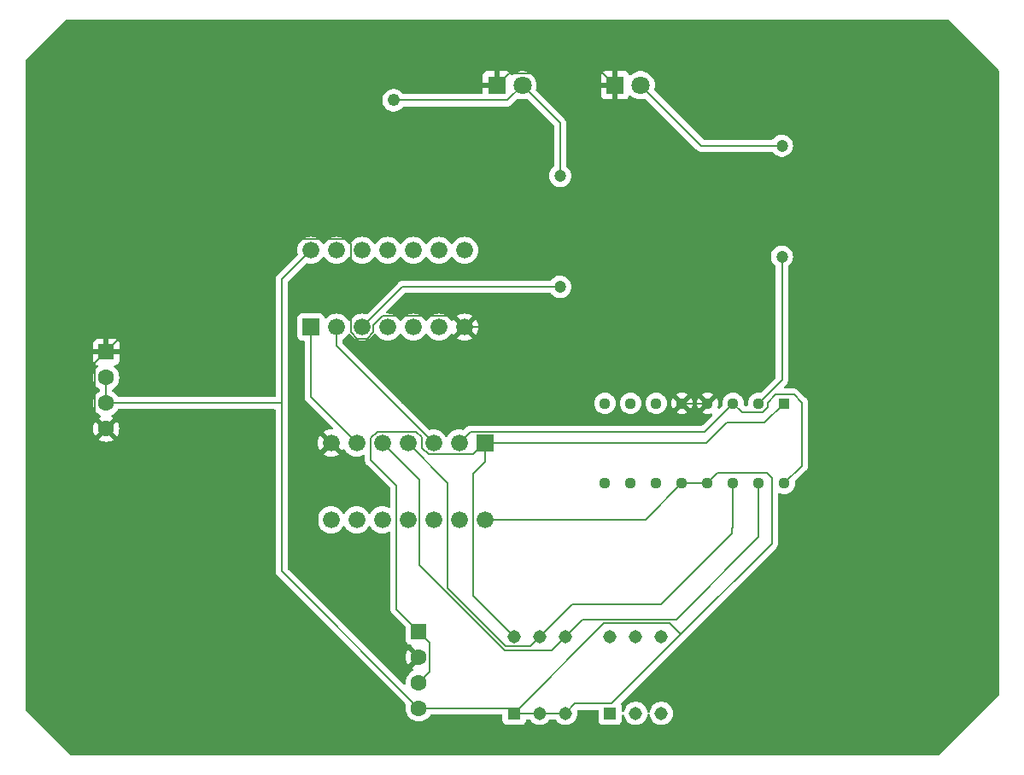
<source format=gbr>
%TF.GenerationSoftware,KiCad,Pcbnew,8.0.1*%
%TF.CreationDate,2024-07-08T16:56:34+05:30*%
%TF.ProjectId,FA,46412e6b-6963-4616-945f-706362585858,rev?*%
%TF.SameCoordinates,Original*%
%TF.FileFunction,Copper,L1,Top*%
%TF.FilePolarity,Positive*%
%FSLAX46Y46*%
G04 Gerber Fmt 4.6, Leading zero omitted, Abs format (unit mm)*
G04 Created by KiCad (PCBNEW 8.0.1) date 2024-07-08 16:56:34*
%MOMM*%
%LPD*%
G01*
G04 APERTURE LIST*
%TA.AperFunction,ComponentPad*%
%ADD10R,1.308000X1.308000*%
%TD*%
%TA.AperFunction,ComponentPad*%
%ADD11C,1.308000*%
%TD*%
%TA.AperFunction,ComponentPad*%
%ADD12R,1.605000X1.605000*%
%TD*%
%TA.AperFunction,ComponentPad*%
%ADD13C,1.605000*%
%TD*%
%TA.AperFunction,ComponentPad*%
%ADD14R,1.676400X1.676400*%
%TD*%
%TA.AperFunction,ComponentPad*%
%ADD15C,1.676400*%
%TD*%
%TA.AperFunction,ComponentPad*%
%ADD16C,1.130000*%
%TD*%
%TA.AperFunction,ComponentPad*%
%ADD17R,1.130000X1.130000*%
%TD*%
%TA.AperFunction,ComponentPad*%
%ADD18C,1.200000*%
%TD*%
%TA.AperFunction,ComponentPad*%
%ADD19C,1.240000*%
%TD*%
%TA.AperFunction,ComponentPad*%
%ADD20R,1.800000X1.800000*%
%TD*%
%TA.AperFunction,ComponentPad*%
%ADD21C,1.800000*%
%TD*%
%TA.AperFunction,Conductor*%
%ADD22C,0.200000*%
%TD*%
G04 APERTURE END LIST*
D10*
%TO.P,S1,1A*%
%TO.N,+5V*%
X138960000Y-139810000D03*
D11*
%TO.P,S1,1B*%
%TO.N,/Cin*%
X138960000Y-132190000D03*
%TO.P,S1,2A*%
%TO.N,+5V*%
X141500000Y-139810000D03*
%TO.P,S1,2B*%
%TO.N,/B*%
X141500000Y-132190000D03*
%TO.P,S1,3B*%
%TO.N,/A*%
X144040000Y-132190000D03*
%TO.P,S1,3A*%
%TO.N,+5V*%
X144040000Y-139810000D03*
%TD*%
D12*
%TO.P,J2,1,1*%
%TO.N,/Cin*%
X129500000Y-131690000D03*
D13*
%TO.P,J2,2,2*%
%TO.N,GND*%
X129500000Y-134230000D03*
%TO.P,J2,3,3*%
%TO.N,/Cin*%
X129500000Y-136770000D03*
%TO.P,J2,4,4*%
%TO.N,+5V*%
X129500000Y-139310000D03*
%TD*%
D14*
%TO.P,U1,1,1A*%
%TO.N,/Cin*%
X136040000Y-113000000D03*
D15*
%TO.P,U1,2,1B*%
%TO.N,Net-(U1-1B)*%
X133500000Y-113000000D03*
%TO.P,U1,3,1Y*%
%TO.N,Net-(U1-1Y)*%
X130960000Y-113000000D03*
%TO.P,U1,4,2A*%
%TO.N,/B*%
X128420000Y-113000000D03*
%TO.P,U1,5,2B*%
%TO.N,/A*%
X125880000Y-113000000D03*
%TO.P,U1,6,2Y*%
%TO.N,Net-(U1-2Y)*%
X123340000Y-113000000D03*
%TO.P,U1,7,GND*%
%TO.N,GND*%
X120800000Y-113000000D03*
%TO.P,U1,8,3Y*%
%TO.N,unconnected-(U1-3Y-Pad8)*%
X120800000Y-120620000D03*
%TO.P,U1,9,3A*%
%TO.N,unconnected-(U1-3A-Pad9)*%
X123340000Y-120620000D03*
%TO.P,U1,10,3B*%
%TO.N,unconnected-(U1-3B-Pad10)*%
X125880000Y-120620000D03*
%TO.P,U1,11,4Y*%
%TO.N,unconnected-(U1-4Y-Pad11)*%
X128420000Y-120620000D03*
%TO.P,U1,12,4A*%
%TO.N,unconnected-(U1-4A-Pad12)*%
X130960000Y-120620000D03*
%TO.P,U1,13,4B*%
%TO.N,unconnected-(U1-4B-Pad13)*%
X133500000Y-120620000D03*
%TO.P,U1,14,VCC*%
%TO.N,+5V*%
X136040000Y-120620000D03*
%TD*%
D16*
%TO.P,U4,16,1B*%
%TO.N,Net-(U1-1B)*%
X165740000Y-117000000D03*
%TO.P,U4,15,2A*%
%TO.N,/A*%
X163200000Y-117000000D03*
%TO.P,U4,14,2B*%
%TO.N,/B*%
X160660000Y-117000000D03*
%TO.P,U4,13,VCC*%
%TO.N,+5V*%
X158120000Y-117000000D03*
%TO.P,U4,12,VCC*%
X155580000Y-117000000D03*
%TO.P,U4,11,3A*%
%TO.N,unconnected-(U4-3A-Pad11)*%
X153040000Y-117000000D03*
%TO.P,U4,10,3B*%
%TO.N,unconnected-(U4-3B-Pad10)*%
X150500000Y-117000000D03*
%TO.P,U4,9,4A*%
%TO.N,unconnected-(U4-4A-Pad9)*%
X147960000Y-117000000D03*
%TO.P,U4,8,4B*%
%TO.N,unconnected-(U4-4B-Pad8)*%
X147960000Y-109060000D03*
%TO.P,U4,7,4Y*%
%TO.N,unconnected-(U4-4Y-Pad7)*%
X150500000Y-109060000D03*
%TO.P,U4,6,3Y*%
%TO.N,unconnected-(U4-3Y-Pad6)*%
X153040000Y-109060000D03*
%TO.P,U4,5,GND*%
%TO.N,GND*%
X155580000Y-109060000D03*
%TO.P,U4,4,GND*%
X158120000Y-109060000D03*
%TO.P,U4,3,2Y*%
%TO.N,Net-(U1-1B)*%
X160660000Y-109060000D03*
%TO.P,U4,2,1Y*%
%TO.N,Net-(U4-1Y)*%
X163200000Y-109060000D03*
D17*
%TO.P,U4,1,1A*%
%TO.N,/Cin*%
X165740000Y-109060000D03*
%TD*%
D14*
%TO.P,U3,1,1A*%
%TO.N,Net-(U1-2Y)*%
X118800000Y-101500000D03*
D15*
%TO.P,U3,2,1B*%
%TO.N,Net-(U1-1Y)*%
X121340000Y-101500000D03*
%TO.P,U3,3,1Y*%
%TO.N,Net-(U3-1Y)*%
X123880000Y-101500000D03*
%TO.P,U3,4,2Y*%
%TO.N,unconnected-(U3-2Y-Pad4)*%
X126420000Y-101500000D03*
%TO.P,U3,5,2A*%
%TO.N,unconnected-(U3-2A-Pad5)*%
X128960000Y-101500000D03*
%TO.P,U3,6,2B*%
%TO.N,unconnected-(U3-2B-Pad6)*%
X131500000Y-101500000D03*
%TO.P,U3,7,VSS*%
%TO.N,GND*%
X134040000Y-101500000D03*
%TO.P,U3,8,3A*%
%TO.N,unconnected-(U3-3A-Pad8)*%
X134040000Y-93880000D03*
%TO.P,U3,9,3B*%
%TO.N,unconnected-(U3-3B-Pad9)*%
X131500000Y-93880000D03*
%TO.P,U3,10,3Y*%
%TO.N,unconnected-(U3-3Y-Pad10)*%
X128960000Y-93880000D03*
%TO.P,U3,11,4Y*%
%TO.N,unconnected-(U3-4Y-Pad11)*%
X126420000Y-93880000D03*
%TO.P,U3,12,4A*%
%TO.N,unconnected-(U3-4A-Pad12)*%
X123880000Y-93880000D03*
%TO.P,U3,13,4B*%
%TO.N,unconnected-(U3-4B-Pad13)*%
X121340000Y-93880000D03*
%TO.P,U3,14,VDD*%
%TO.N,+5V*%
X118800000Y-93880000D03*
%TD*%
D10*
%TO.P,S2,1A*%
%TO.N,unconnected-(S2-Pad1A)*%
X148460000Y-139810000D03*
D11*
%TO.P,S2,1B*%
%TO.N,unconnected-(S2-Pad1B)*%
X148460000Y-132190000D03*
%TO.P,S2,2A*%
%TO.N,unconnected-(S2-Pad2A)*%
X151000000Y-139810000D03*
%TO.P,S2,2B*%
%TO.N,unconnected-(S2-Pad2B)*%
X151000000Y-132190000D03*
%TO.P,S2,3B*%
%TO.N,unconnected-(S2-Pad3B)*%
X153540000Y-132190000D03*
%TO.P,S2,3A*%
%TO.N,unconnected-(S2-Pad3A)*%
X153540000Y-139810000D03*
%TD*%
D18*
%TO.P,R2,1*%
%TO.N,Net-(U4-1Y)*%
X165500000Y-94500000D03*
%TO.P,R2,2*%
%TO.N,Net-(D1-A)*%
X165500000Y-83500000D03*
%TD*%
%TO.P,R1,1*%
%TO.N,Net-(U3-1Y)*%
X143500000Y-97500000D03*
%TO.P,R1,2*%
%TO.N,Net-(D2-A)*%
X143500000Y-86500000D03*
%TD*%
D19*
%TO.P,J3,01,01*%
%TO.N,Net-(D2-A)*%
X127000000Y-79000000D03*
%TD*%
D12*
%TO.P,J1,1,1*%
%TO.N,GND*%
X98500000Y-103960000D03*
D13*
%TO.P,J1,2,2*%
%TO.N,+5V*%
X98500000Y-106500000D03*
%TO.P,J1,3,3*%
X98500000Y-109040000D03*
%TO.P,J1,4,4*%
%TO.N,GND*%
X98500000Y-111580000D03*
%TD*%
D20*
%TO.P,D2,1,K*%
%TO.N,GND*%
X137225000Y-77500000D03*
D21*
%TO.P,D2,2,A*%
%TO.N,Net-(D2-A)*%
X139765000Y-77500000D03*
%TD*%
D20*
%TO.P,D1,1,K*%
%TO.N,GND*%
X148960000Y-77500000D03*
D21*
%TO.P,D1,2,A*%
%TO.N,Net-(D1-A)*%
X151500000Y-77500000D03*
%TD*%
D22*
%TO.N,+5V*%
X151960000Y-120620000D02*
X155580000Y-117000000D01*
X136040000Y-120620000D02*
X151960000Y-120620000D01*
%TO.N,/Cin*%
X134901800Y-128131800D02*
X138960000Y-132190000D01*
X134901800Y-116028200D02*
X134901800Y-128131800D01*
X136040000Y-114890000D02*
X134901800Y-116028200D01*
X158036705Y-113000000D02*
X136040000Y-113000000D01*
X163800000Y-111000000D02*
X160036705Y-111000000D01*
X165740000Y-109060000D02*
X163800000Y-111000000D01*
X160036705Y-111000000D02*
X158036705Y-113000000D01*
X134901800Y-114138200D02*
X136040000Y-113000000D01*
X130488542Y-114138200D02*
X134901800Y-114138200D01*
X129821800Y-112427486D02*
X129821800Y-113471458D01*
X129256114Y-111861800D02*
X129821800Y-112427486D01*
X125408542Y-111861800D02*
X129256114Y-111861800D01*
X124741800Y-114678200D02*
X124741800Y-112528542D01*
X127281800Y-117218200D02*
X124741800Y-114678200D01*
X127281800Y-129471800D02*
X127281800Y-117218200D01*
X129821800Y-113471458D02*
X130488542Y-114138200D01*
X129500000Y-131690000D02*
X127281800Y-129471800D01*
X124741800Y-112528542D02*
X125408542Y-111861800D01*
%TO.N,Net-(U1-1B)*%
X134638200Y-111861800D02*
X133500000Y-113000000D01*
X157858200Y-111861800D02*
X134638200Y-111861800D01*
X160660000Y-109060000D02*
X157858200Y-111861800D01*
%TO.N,+5V*%
X147870000Y-130900000D02*
X154400000Y-130900000D01*
X138960000Y-139810000D02*
X147870000Y-130900000D01*
X154400000Y-130900000D02*
X155500000Y-132000000D01*
X155500000Y-132000000D02*
X164500000Y-123000000D01*
X148644000Y-138856000D02*
X155500000Y-132000000D01*
%TO.N,/A*%
X137978314Y-133544000D02*
X142686000Y-133544000D01*
X129558200Y-116678200D02*
X129558200Y-125123886D01*
X125880000Y-113000000D02*
X129558200Y-116678200D01*
X129558200Y-125123886D02*
X137978314Y-133544000D01*
X142686000Y-133544000D02*
X144040000Y-132190000D01*
%TO.N,/B*%
X132361800Y-127361800D02*
X132361800Y-116941800D01*
X138144000Y-133144000D02*
X132361800Y-127361800D01*
X132361800Y-116941800D02*
X128420000Y-113000000D01*
%TO.N,/Cin*%
X136040000Y-113000000D02*
X136040000Y-114890000D01*
%TO.N,Net-(U1-1Y)*%
X121340000Y-103380000D02*
X130960000Y-113000000D01*
X121340000Y-101500000D02*
X121340000Y-103380000D01*
%TO.N,Net-(U1-2Y)*%
X118800000Y-108460000D02*
X123340000Y-113000000D01*
X118800000Y-101500000D02*
X118800000Y-108460000D01*
%TO.N,GND*%
X117834315Y-99600000D02*
X122641800Y-99600000D01*
X122641800Y-99600000D02*
X122741800Y-99500000D01*
X117261800Y-100172514D02*
X117834315Y-99600000D01*
X117261800Y-109461800D02*
X117261800Y-100172514D01*
X122741800Y-99500000D02*
X122741800Y-101971458D01*
X122741800Y-93241800D02*
X122741800Y-99500000D01*
X120800000Y-113000000D02*
X117261800Y-109461800D01*
X119500000Y-114300000D02*
X120800000Y-113000000D01*
X119500000Y-124230000D02*
X119500000Y-114300000D01*
X129500000Y-134230000D02*
X119500000Y-124230000D01*
%TO.N,+5V*%
X115920000Y-125730000D02*
X129500000Y-139310000D01*
X115920000Y-109040000D02*
X115920000Y-125730000D01*
%TO.N,GND*%
X125018200Y-101292142D02*
X125948542Y-100361800D01*
X125018200Y-101971458D02*
X125018200Y-101292142D01*
X124351458Y-102638200D02*
X125018200Y-101971458D01*
X123408542Y-102638200D02*
X124351458Y-102638200D01*
X132901800Y-100361800D02*
X134040000Y-101500000D01*
X122741800Y-101971458D02*
X123408542Y-102638200D01*
X122241800Y-92741800D02*
X122741800Y-93241800D01*
X125948542Y-100361800D02*
X132901800Y-100361800D01*
X109718200Y-92741800D02*
X122241800Y-92741800D01*
X98500000Y-103960000D02*
X109718200Y-92741800D01*
%TO.N,+5V*%
X115920000Y-96760000D02*
X115920000Y-109040000D01*
X118800000Y-93880000D02*
X115920000Y-96760000D01*
%TO.N,GND*%
X148960000Y-100560000D02*
X148020000Y-101500000D01*
X148960000Y-77500000D02*
X148960000Y-100560000D01*
%TO.N,/B*%
X140546000Y-133144000D02*
X138144000Y-133144000D01*
X141500000Y-132190000D02*
X140546000Y-133144000D01*
%TO.N,+5V*%
X129500000Y-139310000D02*
X138460000Y-139310000D01*
X138460000Y-139310000D02*
X138960000Y-139810000D01*
%TO.N,/Cin*%
X130602500Y-135667500D02*
X129500000Y-136770000D01*
X129500000Y-131690000D02*
X130602500Y-132792500D01*
X130602500Y-132792500D02*
X130602500Y-135667500D01*
%TO.N,+5V*%
X98500000Y-109040000D02*
X115920000Y-109040000D01*
X98500000Y-109040000D02*
X98500000Y-106500000D01*
%TO.N,GND*%
X97397500Y-105062500D02*
X98500000Y-103960000D01*
X98500000Y-111580000D02*
X97397500Y-110477500D01*
X97397500Y-110477500D02*
X97397500Y-105062500D01*
%TO.N,Net-(U3-1Y)*%
X127880000Y-97500000D02*
X123880000Y-101500000D01*
X143500000Y-97500000D02*
X127880000Y-97500000D01*
%TO.N,GND*%
X148020000Y-101500000D02*
X134040000Y-101500000D01*
X155580000Y-109060000D02*
X148020000Y-101500000D01*
X158120000Y-109060000D02*
X155580000Y-109060000D01*
%TO.N,Net-(U1-1B)*%
X167500000Y-115240000D02*
X165740000Y-117000000D01*
X167500000Y-109000000D02*
X167500000Y-115240000D01*
X166695000Y-108195000D02*
X167500000Y-109000000D01*
X164875000Y-108195000D02*
X166695000Y-108195000D01*
X164065000Y-109005000D02*
X164875000Y-108195000D01*
X164065000Y-109418295D02*
X164065000Y-109005000D01*
X163558295Y-109925000D02*
X164065000Y-109418295D01*
X161525000Y-109925000D02*
X163558295Y-109925000D01*
X160660000Y-109060000D02*
X161525000Y-109925000D01*
%TO.N,Net-(U4-1Y)*%
X165500000Y-106760000D02*
X165500000Y-94500000D01*
X163200000Y-109060000D02*
X165500000Y-106760000D01*
%TO.N,GND*%
X147760000Y-76300000D02*
X148960000Y-77500000D01*
X138425000Y-76300000D02*
X147760000Y-76300000D01*
X137225000Y-77500000D02*
X138425000Y-76300000D01*
%TO.N,Net-(D1-A)*%
X157500000Y-83500000D02*
X165500000Y-83500000D01*
X151500000Y-77500000D02*
X157500000Y-83500000D01*
%TO.N,Net-(D2-A)*%
X143500000Y-81235000D02*
X139765000Y-77500000D01*
X143500000Y-86500000D02*
X143500000Y-81235000D01*
X138265000Y-79000000D02*
X139765000Y-77500000D01*
X127000000Y-79000000D02*
X138265000Y-79000000D01*
%TO.N,/B*%
X153500000Y-129000000D02*
X160500000Y-122000000D01*
X160500000Y-121500000D02*
X160660000Y-121340000D01*
X160660000Y-121340000D02*
X160660000Y-117000000D01*
X141500000Y-132190000D02*
X144690000Y-129000000D01*
X144690000Y-129000000D02*
X153500000Y-129000000D01*
X160500000Y-122000000D02*
X160500000Y-121500000D01*
%TO.N,/A*%
X155000000Y-130500000D02*
X163200000Y-122300000D01*
X163200000Y-122300000D02*
X163200000Y-117000000D01*
X145730000Y-130500000D02*
X155000000Y-130500000D01*
X144040000Y-132190000D02*
X145730000Y-130500000D01*
%TO.N,+5V*%
X158120000Y-117000000D02*
X155580000Y-117000000D01*
X164500000Y-116500000D02*
X164000000Y-116000000D01*
X164500000Y-123000000D02*
X164500000Y-116500000D01*
X164000000Y-116000000D02*
X159120000Y-116000000D01*
X144994000Y-138856000D02*
X148644000Y-138856000D01*
X159120000Y-116000000D02*
X158120000Y-117000000D01*
X144040000Y-139810000D02*
X144994000Y-138856000D01*
X138960000Y-139810000D02*
X144040000Y-139810000D01*
%TD*%
%TA.AperFunction,Conductor*%
%TO.N,GND*%
G36*
X182015677Y-71019685D02*
G01*
X182036319Y-71036319D01*
X186963681Y-75963681D01*
X186997166Y-76025004D01*
X187000000Y-76051362D01*
X187000000Y-137948638D01*
X186980315Y-138015677D01*
X186963681Y-138036319D01*
X181036319Y-143963681D01*
X180974996Y-143997166D01*
X180948638Y-144000000D01*
X95051362Y-144000000D01*
X94984323Y-143980315D01*
X94963681Y-143963681D01*
X90536319Y-139536319D01*
X90502834Y-139474996D01*
X90500000Y-139448638D01*
X90500000Y-109040001D01*
X97192023Y-109040001D01*
X97211893Y-109267122D01*
X97211894Y-109267129D01*
X97270902Y-109487349D01*
X97270903Y-109487351D01*
X97270904Y-109487354D01*
X97366974Y-109693377D01*
X97367259Y-109693989D01*
X97367261Y-109693993D01*
X97498027Y-109880746D01*
X97498032Y-109880752D01*
X97659247Y-110041967D01*
X97659253Y-110041972D01*
X97846006Y-110172738D01*
X97846008Y-110172739D01*
X97846011Y-110172741D01*
X97892238Y-110194297D01*
X97899950Y-110197893D01*
X97952390Y-110244065D01*
X97971542Y-110311258D01*
X97951327Y-110378139D01*
X97899953Y-110422656D01*
X97846268Y-110447690D01*
X97772732Y-110499179D01*
X98342013Y-111068459D01*
X98293498Y-111081460D01*
X98171503Y-111151894D01*
X98071894Y-111251503D01*
X98001460Y-111373498D01*
X97988460Y-111422013D01*
X97419179Y-110852732D01*
X97367691Y-110926267D01*
X97271376Y-111132815D01*
X97271372Y-111132824D01*
X97212388Y-111352956D01*
X97212388Y-111352960D01*
X97192525Y-111579997D01*
X97192525Y-111580002D01*
X97212388Y-111807039D01*
X97212388Y-111807043D01*
X97271372Y-112027175D01*
X97271376Y-112027184D01*
X97367692Y-112233736D01*
X97367693Y-112233738D01*
X97419178Y-112307266D01*
X97419179Y-112307267D01*
X97988459Y-111737986D01*
X98001460Y-111786502D01*
X98071894Y-111908497D01*
X98171503Y-112008106D01*
X98293498Y-112078540D01*
X98342012Y-112091539D01*
X97772731Y-112660820D01*
X97846266Y-112712308D01*
X98052815Y-112808623D01*
X98052824Y-112808627D01*
X98272958Y-112867611D01*
X98499998Y-112887475D01*
X98500002Y-112887475D01*
X98727039Y-112867611D01*
X98727043Y-112867611D01*
X98947175Y-112808627D01*
X98947184Y-112808623D01*
X99153737Y-112712307D01*
X99227267Y-112660820D01*
X98657987Y-112091539D01*
X98706502Y-112078540D01*
X98828497Y-112008106D01*
X98928106Y-111908497D01*
X98998540Y-111786502D01*
X99011539Y-111737986D01*
X99580820Y-112307267D01*
X99632307Y-112233737D01*
X99728623Y-112027184D01*
X99728627Y-112027175D01*
X99787611Y-111807043D01*
X99787611Y-111807039D01*
X99807475Y-111580002D01*
X99807475Y-111579997D01*
X99787611Y-111352960D01*
X99787611Y-111352956D01*
X99728627Y-111132824D01*
X99728623Y-111132815D01*
X99632307Y-110926263D01*
X99632305Y-110926259D01*
X99580820Y-110852732D01*
X99011539Y-111422012D01*
X98998540Y-111373498D01*
X98928106Y-111251503D01*
X98828497Y-111151894D01*
X98706502Y-111081460D01*
X98657986Y-111068460D01*
X99227267Y-110499179D01*
X99227266Y-110499178D01*
X99153738Y-110447693D01*
X99153736Y-110447692D01*
X99100048Y-110422657D01*
X99047609Y-110376484D01*
X99028457Y-110309291D01*
X99048673Y-110242410D01*
X99100047Y-110197894D01*
X99153989Y-110172741D01*
X99340751Y-110041969D01*
X99501969Y-109880751D01*
X99632741Y-109693989D01*
X99632742Y-109693986D01*
X99633169Y-109693377D01*
X99687746Y-109649752D01*
X99734744Y-109640500D01*
X115195500Y-109640500D01*
X115262539Y-109660185D01*
X115308294Y-109712989D01*
X115319500Y-109764500D01*
X115319500Y-125643330D01*
X115319499Y-125643348D01*
X115319499Y-125809054D01*
X115319498Y-125809054D01*
X115360423Y-125961785D01*
X115389358Y-126011900D01*
X115389359Y-126011904D01*
X115389360Y-126011904D01*
X115439479Y-126098714D01*
X115439481Y-126098717D01*
X115558349Y-126217585D01*
X115558355Y-126217590D01*
X128206017Y-138865252D01*
X128239502Y-138926575D01*
X128238111Y-138985026D01*
X128211894Y-139082869D01*
X128211894Y-139082873D01*
X128192023Y-139309998D01*
X128192023Y-139310001D01*
X128211893Y-139537122D01*
X128211894Y-139537129D01*
X128270902Y-139757349D01*
X128270903Y-139757351D01*
X128270904Y-139757354D01*
X128325770Y-139875015D01*
X128367259Y-139963989D01*
X128367261Y-139963993D01*
X128498027Y-140150746D01*
X128498032Y-140150752D01*
X128659247Y-140311967D01*
X128659253Y-140311972D01*
X128846006Y-140442738D01*
X128846008Y-140442739D01*
X128846011Y-140442741D01*
X129052646Y-140539096D01*
X129272872Y-140598106D01*
X129435106Y-140612299D01*
X129499998Y-140617977D01*
X129500000Y-140617977D01*
X129500002Y-140617977D01*
X129556782Y-140613009D01*
X129727128Y-140598106D01*
X129947354Y-140539096D01*
X130153989Y-140442741D01*
X130340751Y-140311969D01*
X130501969Y-140150751D01*
X130632741Y-139963989D01*
X130632742Y-139963986D01*
X130633169Y-139963377D01*
X130687746Y-139919752D01*
X130734744Y-139910500D01*
X137681501Y-139910500D01*
X137748540Y-139930185D01*
X137794295Y-139982989D01*
X137805501Y-140034500D01*
X137805501Y-140511876D01*
X137811908Y-140571483D01*
X137862202Y-140706328D01*
X137862206Y-140706335D01*
X137948452Y-140821544D01*
X137948455Y-140821547D01*
X138063664Y-140907793D01*
X138063671Y-140907797D01*
X138198517Y-140958091D01*
X138198516Y-140958091D01*
X138205444Y-140958835D01*
X138258127Y-140964500D01*
X139661872Y-140964499D01*
X139721483Y-140958091D01*
X139856331Y-140907796D01*
X139971546Y-140821546D01*
X140057796Y-140706331D01*
X140108091Y-140571483D01*
X140113492Y-140521241D01*
X140140229Y-140456694D01*
X140197621Y-140416846D01*
X140236781Y-140410500D01*
X140445021Y-140410500D01*
X140512060Y-140430185D01*
X140543974Y-140459772D01*
X140643159Y-140591114D01*
X140801278Y-140735258D01*
X140801283Y-140735261D01*
X140801286Y-140735263D01*
X140983186Y-140847891D01*
X140983187Y-140847891D01*
X140983190Y-140847893D01*
X141182703Y-140925185D01*
X141393020Y-140964500D01*
X141393022Y-140964500D01*
X141606978Y-140964500D01*
X141606980Y-140964500D01*
X141817297Y-140925185D01*
X142016810Y-140847893D01*
X142198722Y-140735258D01*
X142356841Y-140591114D01*
X142456025Y-140459772D01*
X142512134Y-140418137D01*
X142554979Y-140410500D01*
X142985021Y-140410500D01*
X143052060Y-140430185D01*
X143083974Y-140459772D01*
X143183159Y-140591114D01*
X143341278Y-140735258D01*
X143341283Y-140735261D01*
X143341286Y-140735263D01*
X143523186Y-140847891D01*
X143523187Y-140847891D01*
X143523190Y-140847893D01*
X143722703Y-140925185D01*
X143933020Y-140964500D01*
X143933022Y-140964500D01*
X144146978Y-140964500D01*
X144146980Y-140964500D01*
X144357297Y-140925185D01*
X144556810Y-140847893D01*
X144738722Y-140735258D01*
X144896841Y-140591114D01*
X145025781Y-140420370D01*
X145121151Y-140228840D01*
X145121151Y-140228837D01*
X145121153Y-140228835D01*
X145173081Y-140046325D01*
X145179704Y-140023048D01*
X145199446Y-139810000D01*
X145193421Y-139744984D01*
X145179240Y-139591941D01*
X145192655Y-139523371D01*
X145241012Y-139472940D01*
X145302711Y-139456500D01*
X147181500Y-139456500D01*
X147248539Y-139476185D01*
X147294294Y-139528989D01*
X147305500Y-139580500D01*
X147305500Y-140511870D01*
X147305501Y-140511876D01*
X147311908Y-140571483D01*
X147362202Y-140706328D01*
X147362206Y-140706335D01*
X147448452Y-140821544D01*
X147448455Y-140821547D01*
X147563664Y-140907793D01*
X147563671Y-140907797D01*
X147698517Y-140958091D01*
X147698516Y-140958091D01*
X147705444Y-140958835D01*
X147758127Y-140964500D01*
X149161872Y-140964499D01*
X149221483Y-140958091D01*
X149356331Y-140907796D01*
X149471546Y-140821546D01*
X149557796Y-140706331D01*
X149608091Y-140571483D01*
X149614500Y-140511873D01*
X149614499Y-140046322D01*
X149634183Y-139979286D01*
X149686987Y-139933531D01*
X149756146Y-139923587D01*
X149819702Y-139952612D01*
X149857476Y-140011390D01*
X149860134Y-140022480D01*
X149918846Y-140228835D01*
X149918849Y-140228841D01*
X150009304Y-140410500D01*
X150014219Y-140420370D01*
X150143159Y-140591114D01*
X150301278Y-140735258D01*
X150301283Y-140735261D01*
X150301286Y-140735263D01*
X150483186Y-140847891D01*
X150483187Y-140847891D01*
X150483190Y-140847893D01*
X150682703Y-140925185D01*
X150893020Y-140964500D01*
X150893022Y-140964500D01*
X151106978Y-140964500D01*
X151106980Y-140964500D01*
X151317297Y-140925185D01*
X151516810Y-140847893D01*
X151698722Y-140735258D01*
X151856841Y-140591114D01*
X151985781Y-140420370D01*
X152081151Y-140228840D01*
X152081151Y-140228837D01*
X152081153Y-140228835D01*
X152133081Y-140046325D01*
X152139704Y-140023048D01*
X152146529Y-139949394D01*
X152172315Y-139884457D01*
X152229116Y-139843770D01*
X152298897Y-139840250D01*
X152359503Y-139875015D01*
X152391693Y-139937028D01*
X152393471Y-139949395D01*
X152400295Y-140023047D01*
X152400296Y-140023050D01*
X152458846Y-140228835D01*
X152458849Y-140228841D01*
X152549304Y-140410500D01*
X152554219Y-140420370D01*
X152683159Y-140591114D01*
X152841278Y-140735258D01*
X152841283Y-140735261D01*
X152841286Y-140735263D01*
X153023186Y-140847891D01*
X153023187Y-140847891D01*
X153023190Y-140847893D01*
X153222703Y-140925185D01*
X153433020Y-140964500D01*
X153433022Y-140964500D01*
X153646978Y-140964500D01*
X153646980Y-140964500D01*
X153857297Y-140925185D01*
X154056810Y-140847893D01*
X154238722Y-140735258D01*
X154396841Y-140591114D01*
X154525781Y-140420370D01*
X154621151Y-140228840D01*
X154621151Y-140228837D01*
X154621153Y-140228835D01*
X154673081Y-140046325D01*
X154679704Y-140023048D01*
X154699446Y-139810000D01*
X154688698Y-139694017D01*
X154679704Y-139596952D01*
X154679703Y-139596949D01*
X154621153Y-139391164D01*
X154621150Y-139391158D01*
X154580737Y-139309998D01*
X154525781Y-139199630D01*
X154396841Y-139028886D01*
X154238722Y-138884742D01*
X154238716Y-138884738D01*
X154238713Y-138884736D01*
X154056813Y-138772108D01*
X154056807Y-138772106D01*
X154048712Y-138768970D01*
X153857297Y-138694815D01*
X153646980Y-138655500D01*
X153433020Y-138655500D01*
X153222703Y-138694815D01*
X153184797Y-138709500D01*
X153023192Y-138772106D01*
X153023186Y-138772108D01*
X152841286Y-138884736D01*
X152841283Y-138884738D01*
X152841279Y-138884740D01*
X152841278Y-138884742D01*
X152683159Y-139028886D01*
X152683158Y-139028887D01*
X152554219Y-139199629D01*
X152458849Y-139391158D01*
X152458846Y-139391164D01*
X152400296Y-139596949D01*
X152400295Y-139596952D01*
X152393471Y-139670604D01*
X152367685Y-139735542D01*
X152310884Y-139776229D01*
X152241103Y-139779749D01*
X152180497Y-139744984D01*
X152148307Y-139682971D01*
X152146529Y-139670604D01*
X152139704Y-139596952D01*
X152139703Y-139596949D01*
X152081153Y-139391164D01*
X152081150Y-139391158D01*
X152040737Y-139309998D01*
X151985781Y-139199630D01*
X151856841Y-139028886D01*
X151698722Y-138884742D01*
X151698716Y-138884738D01*
X151698713Y-138884736D01*
X151516813Y-138772108D01*
X151516807Y-138772106D01*
X151508712Y-138768970D01*
X151317297Y-138694815D01*
X151106980Y-138655500D01*
X150893020Y-138655500D01*
X150682703Y-138694815D01*
X150644797Y-138709500D01*
X150483192Y-138772106D01*
X150483186Y-138772108D01*
X150301286Y-138884736D01*
X150301283Y-138884738D01*
X150301279Y-138884740D01*
X150301278Y-138884742D01*
X150143159Y-139028886D01*
X150143158Y-139028887D01*
X150014219Y-139199629D01*
X149918849Y-139391158D01*
X149918846Y-139391164D01*
X149858727Y-139602466D01*
X149857513Y-139602120D01*
X149828710Y-139658751D01*
X149768394Y-139694017D01*
X149698586Y-139691076D01*
X149641450Y-139650860D01*
X149615127Y-139586139D01*
X149614499Y-139573675D01*
X149614499Y-139108129D01*
X149614498Y-139108123D01*
X149608091Y-139048516D01*
X149554697Y-138905359D01*
X149556623Y-138904640D01*
X149544260Y-138847805D01*
X149568677Y-138782341D01*
X149580256Y-138768977D01*
X155980519Y-132368716D01*
X164868713Y-123480521D01*
X164868716Y-123480520D01*
X164980520Y-123368716D01*
X165030639Y-123281904D01*
X165059577Y-123231785D01*
X165100500Y-123079057D01*
X165100500Y-122920943D01*
X165100500Y-118073218D01*
X165120185Y-118006179D01*
X165172989Y-117960424D01*
X165242147Y-117950480D01*
X165282953Y-117963860D01*
X165330278Y-117989156D01*
X165531126Y-118050083D01*
X165740000Y-118070655D01*
X165948874Y-118050083D01*
X166149722Y-117989156D01*
X166334824Y-117890217D01*
X166497067Y-117757067D01*
X166630217Y-117594824D01*
X166729156Y-117409722D01*
X166790083Y-117208874D01*
X166810655Y-117000000D01*
X166796550Y-116856795D01*
X166809569Y-116788150D01*
X166832269Y-116756964D01*
X167858506Y-115730728D01*
X167858511Y-115730724D01*
X167868714Y-115720520D01*
X167868716Y-115720520D01*
X167980520Y-115608716D01*
X168032040Y-115519480D01*
X168059577Y-115471785D01*
X168100501Y-115319057D01*
X168100501Y-115160943D01*
X168100501Y-115153348D01*
X168100500Y-115153330D01*
X168100500Y-109089059D01*
X168100501Y-109089046D01*
X168100501Y-108920945D01*
X168100501Y-108920943D01*
X168059577Y-108768215D01*
X168015449Y-108691784D01*
X168015449Y-108691782D01*
X167980524Y-108631290D01*
X167980521Y-108631286D01*
X167980520Y-108631284D01*
X167868716Y-108519480D01*
X167868715Y-108519479D01*
X167864385Y-108515149D01*
X167864374Y-108515139D01*
X167182590Y-107833355D01*
X167182588Y-107833352D01*
X167063717Y-107714481D01*
X167063716Y-107714480D01*
X166976904Y-107664360D01*
X166976904Y-107664359D01*
X166976900Y-107664358D01*
X166926785Y-107635423D01*
X166774057Y-107594499D01*
X166615943Y-107594499D01*
X166608347Y-107594499D01*
X166608331Y-107594500D01*
X165814096Y-107594500D01*
X165747057Y-107574815D01*
X165701302Y-107522011D01*
X165691358Y-107452853D01*
X165720383Y-107389297D01*
X165726395Y-107382839D01*
X165868713Y-107240521D01*
X165868716Y-107240520D01*
X165980520Y-107128716D01*
X166030639Y-107041904D01*
X166059577Y-106991785D01*
X166100500Y-106839058D01*
X166100500Y-106680943D01*
X166100500Y-95491629D01*
X166120185Y-95424590D01*
X166159226Y-95386200D01*
X166166041Y-95381981D01*
X166316764Y-95244579D01*
X166439673Y-95081821D01*
X166530582Y-94899250D01*
X166586397Y-94703083D01*
X166605215Y-94500000D01*
X166586397Y-94296917D01*
X166530582Y-94100750D01*
X166439673Y-93918179D01*
X166316764Y-93755421D01*
X166316762Y-93755418D01*
X166166041Y-93618019D01*
X166166039Y-93618017D01*
X165992642Y-93510655D01*
X165992635Y-93510651D01*
X165897546Y-93473814D01*
X165802456Y-93436976D01*
X165601976Y-93399500D01*
X165398024Y-93399500D01*
X165197544Y-93436976D01*
X165197541Y-93436976D01*
X165197541Y-93436977D01*
X165007364Y-93510651D01*
X165007357Y-93510655D01*
X164833960Y-93618017D01*
X164833958Y-93618019D01*
X164683237Y-93755418D01*
X164560327Y-93918178D01*
X164469422Y-94100739D01*
X164469417Y-94100752D01*
X164413602Y-94296917D01*
X164394785Y-94499999D01*
X164394785Y-94500000D01*
X164413602Y-94703082D01*
X164469417Y-94899247D01*
X164469422Y-94899260D01*
X164560327Y-95081821D01*
X164683237Y-95244581D01*
X164833956Y-95381979D01*
X164833958Y-95381980D01*
X164833959Y-95381981D01*
X164840772Y-95386199D01*
X164887410Y-95438223D01*
X164899500Y-95491629D01*
X164899500Y-106459902D01*
X164879815Y-106526941D01*
X164863181Y-106547583D01*
X163443037Y-107967726D01*
X163381714Y-108001211D01*
X163343203Y-108003448D01*
X163200000Y-107989345D01*
X162991123Y-108009917D01*
X162790276Y-108070844D01*
X162605181Y-108169779D01*
X162605174Y-108169783D01*
X162442932Y-108302932D01*
X162309783Y-108465174D01*
X162309779Y-108465181D01*
X162210844Y-108650276D01*
X162149917Y-108851123D01*
X162141112Y-108940521D01*
X162129345Y-109060000D01*
X162138675Y-109154734D01*
X162141986Y-109188346D01*
X162128967Y-109256992D01*
X162080902Y-109307702D01*
X162018583Y-109324500D01*
X161841417Y-109324500D01*
X161774378Y-109304815D01*
X161728623Y-109252011D01*
X161718014Y-109188346D01*
X161721324Y-109154734D01*
X161730655Y-109060000D01*
X161710083Y-108851126D01*
X161649156Y-108650278D01*
X161550217Y-108465176D01*
X161550216Y-108465174D01*
X161417067Y-108302932D01*
X161254825Y-108169783D01*
X161254818Y-108169779D01*
X161069723Y-108070844D01*
X160868876Y-108009917D01*
X160660000Y-107989345D01*
X160451123Y-108009917D01*
X160250276Y-108070844D01*
X160065181Y-108169779D01*
X160065174Y-108169783D01*
X159902932Y-108302932D01*
X159769783Y-108465174D01*
X159769779Y-108465181D01*
X159670844Y-108650276D01*
X159609917Y-108851123D01*
X159589344Y-109060000D01*
X159603448Y-109203202D01*
X159590429Y-109271848D01*
X159567726Y-109303036D01*
X159331352Y-109539411D01*
X159270029Y-109572896D01*
X159200338Y-109567912D01*
X159144404Y-109526041D01*
X159119987Y-109460576D01*
X159125010Y-109415735D01*
X159169590Y-109268774D01*
X159190152Y-109060000D01*
X159169590Y-108851225D01*
X159108690Y-108650465D01*
X159030106Y-108503445D01*
X158510000Y-109023552D01*
X158510000Y-109008656D01*
X158483422Y-108909466D01*
X158432077Y-108820535D01*
X158359465Y-108747923D01*
X158270534Y-108696578D01*
X158171344Y-108670000D01*
X158156448Y-108670000D01*
X158676552Y-108149893D01*
X158676552Y-108149892D01*
X158529534Y-108071309D01*
X158328772Y-108010409D01*
X158328776Y-108010409D01*
X158120000Y-107989847D01*
X157911225Y-108010409D01*
X157710471Y-108071307D01*
X157563446Y-108149893D01*
X158083553Y-108670000D01*
X158068656Y-108670000D01*
X157969466Y-108696578D01*
X157880535Y-108747923D01*
X157807923Y-108820535D01*
X157756578Y-108909466D01*
X157730000Y-109008656D01*
X157730000Y-109023552D01*
X157209893Y-108503446D01*
X157131307Y-108650471D01*
X157070409Y-108851225D01*
X157049847Y-109060000D01*
X157070409Y-109268774D01*
X157131309Y-109469534D01*
X157209892Y-109616552D01*
X157209893Y-109616552D01*
X157730000Y-109096446D01*
X157730000Y-109111344D01*
X157756578Y-109210534D01*
X157807923Y-109299465D01*
X157880535Y-109372077D01*
X157969466Y-109423422D01*
X158068656Y-109450000D01*
X158083553Y-109450000D01*
X157563445Y-109970106D01*
X157710465Y-110048690D01*
X157911227Y-110109590D01*
X157911223Y-110109590D01*
X158120000Y-110130152D01*
X158328776Y-110109590D01*
X158328778Y-110109589D01*
X158475735Y-110065010D01*
X158545602Y-110064386D01*
X158604715Y-110101634D01*
X158634306Y-110164928D01*
X158624981Y-110234172D01*
X158599412Y-110271351D01*
X157645784Y-111224981D01*
X157584461Y-111258466D01*
X157558103Y-111261300D01*
X134724869Y-111261300D01*
X134724853Y-111261299D01*
X134717257Y-111261299D01*
X134559143Y-111261299D01*
X134451787Y-111290065D01*
X134406410Y-111302224D01*
X134406409Y-111302225D01*
X134356296Y-111331159D01*
X134356295Y-111331160D01*
X134318543Y-111352956D01*
X134269485Y-111381279D01*
X134269482Y-111381281D01*
X134157678Y-111493086D01*
X133973895Y-111676868D01*
X133912572Y-111710353D01*
X133854121Y-111708962D01*
X133733356Y-111676603D01*
X133733346Y-111676601D01*
X133500001Y-111656186D01*
X133499999Y-111656186D01*
X133266653Y-111676601D01*
X133266643Y-111676603D01*
X133040396Y-111737225D01*
X133040389Y-111737227D01*
X133040389Y-111737228D01*
X132828093Y-111836223D01*
X132636213Y-111970579D01*
X132636211Y-111970580D01*
X132636208Y-111970583D01*
X132470583Y-112136208D01*
X132470580Y-112136211D01*
X132470579Y-112136213D01*
X132350806Y-112307267D01*
X132333118Y-112332528D01*
X132331680Y-112331521D01*
X132286810Y-112374297D01*
X132218202Y-112387513D01*
X132153340Y-112361540D01*
X132127702Y-112331953D01*
X132126882Y-112332528D01*
X132109194Y-112307267D01*
X131989421Y-112136213D01*
X131823787Y-111970579D01*
X131631907Y-111836223D01*
X131419611Y-111737228D01*
X131419607Y-111737227D01*
X131419603Y-111737225D01*
X131193356Y-111676603D01*
X131193346Y-111676601D01*
X130960001Y-111656186D01*
X130959999Y-111656186D01*
X130726653Y-111676601D01*
X130726643Y-111676603D01*
X130605877Y-111708962D01*
X130536027Y-111707299D01*
X130486103Y-111676868D01*
X127869235Y-109060000D01*
X146889345Y-109060000D01*
X146909917Y-109268876D01*
X146970844Y-109469723D01*
X147069779Y-109654818D01*
X147069783Y-109654825D01*
X147202932Y-109817067D01*
X147365174Y-109950216D01*
X147365181Y-109950220D01*
X147425659Y-109982546D01*
X147550278Y-110049156D01*
X147751126Y-110110083D01*
X147960000Y-110130655D01*
X148168874Y-110110083D01*
X148369722Y-110049156D01*
X148554824Y-109950217D01*
X148717067Y-109817067D01*
X148850217Y-109654824D01*
X148949156Y-109469722D01*
X149010083Y-109268874D01*
X149030655Y-109060000D01*
X149429345Y-109060000D01*
X149449917Y-109268876D01*
X149510844Y-109469723D01*
X149609779Y-109654818D01*
X149609783Y-109654825D01*
X149742932Y-109817067D01*
X149905174Y-109950216D01*
X149905181Y-109950220D01*
X149965659Y-109982546D01*
X150090278Y-110049156D01*
X150291126Y-110110083D01*
X150500000Y-110130655D01*
X150708874Y-110110083D01*
X150909722Y-110049156D01*
X151094824Y-109950217D01*
X151257067Y-109817067D01*
X151390217Y-109654824D01*
X151489156Y-109469722D01*
X151550083Y-109268874D01*
X151570655Y-109060000D01*
X151969345Y-109060000D01*
X151989917Y-109268876D01*
X152050844Y-109469723D01*
X152149779Y-109654818D01*
X152149783Y-109654825D01*
X152282932Y-109817067D01*
X152445174Y-109950216D01*
X152445181Y-109950220D01*
X152505659Y-109982546D01*
X152630278Y-110049156D01*
X152831126Y-110110083D01*
X153040000Y-110130655D01*
X153248874Y-110110083D01*
X153449722Y-110049156D01*
X153634824Y-109950217D01*
X153797067Y-109817067D01*
X153930217Y-109654824D01*
X154029156Y-109469722D01*
X154090083Y-109268874D01*
X154110655Y-109060000D01*
X154509847Y-109060000D01*
X154530409Y-109268774D01*
X154591309Y-109469534D01*
X154669892Y-109616552D01*
X154669893Y-109616552D01*
X155190000Y-109096446D01*
X155190000Y-109111344D01*
X155216578Y-109210534D01*
X155267923Y-109299465D01*
X155340535Y-109372077D01*
X155429466Y-109423422D01*
X155528656Y-109450000D01*
X155543553Y-109450000D01*
X155023445Y-109970106D01*
X155170465Y-110048690D01*
X155371227Y-110109590D01*
X155371223Y-110109590D01*
X155580000Y-110130152D01*
X155788774Y-110109590D01*
X155989532Y-110048690D01*
X156136553Y-109970105D01*
X155616448Y-109450000D01*
X155631344Y-109450000D01*
X155730534Y-109423422D01*
X155819465Y-109372077D01*
X155892077Y-109299465D01*
X155943422Y-109210534D01*
X155970000Y-109111344D01*
X155970000Y-109096447D01*
X156490105Y-109616552D01*
X156568690Y-109469532D01*
X156629590Y-109268774D01*
X156650152Y-109060000D01*
X156629590Y-108851225D01*
X156568690Y-108650465D01*
X156490106Y-108503445D01*
X155970000Y-109023551D01*
X155970000Y-109008656D01*
X155943422Y-108909466D01*
X155892077Y-108820535D01*
X155819465Y-108747923D01*
X155730534Y-108696578D01*
X155631344Y-108670000D01*
X155616448Y-108670000D01*
X156136552Y-108149893D01*
X156136552Y-108149892D01*
X155989534Y-108071309D01*
X155788772Y-108010409D01*
X155788776Y-108010409D01*
X155580000Y-107989847D01*
X155371225Y-108010409D01*
X155170471Y-108071307D01*
X155023446Y-108149893D01*
X155543553Y-108670000D01*
X155528656Y-108670000D01*
X155429466Y-108696578D01*
X155340535Y-108747923D01*
X155267923Y-108820535D01*
X155216578Y-108909466D01*
X155190000Y-109008656D01*
X155190000Y-109023552D01*
X154669893Y-108503446D01*
X154591307Y-108650471D01*
X154530409Y-108851225D01*
X154509847Y-109060000D01*
X154110655Y-109060000D01*
X154090083Y-108851126D01*
X154029156Y-108650278D01*
X153930217Y-108465176D01*
X153930216Y-108465174D01*
X153797067Y-108302932D01*
X153634825Y-108169783D01*
X153634818Y-108169779D01*
X153449723Y-108070844D01*
X153248876Y-108009917D01*
X153040000Y-107989345D01*
X152831123Y-108009917D01*
X152630276Y-108070844D01*
X152445181Y-108169779D01*
X152445174Y-108169783D01*
X152282932Y-108302932D01*
X152149783Y-108465174D01*
X152149779Y-108465181D01*
X152050844Y-108650276D01*
X151989917Y-108851123D01*
X151969345Y-109060000D01*
X151570655Y-109060000D01*
X151550083Y-108851126D01*
X151489156Y-108650278D01*
X151390217Y-108465176D01*
X151390216Y-108465174D01*
X151257067Y-108302932D01*
X151094825Y-108169783D01*
X151094818Y-108169779D01*
X150909723Y-108070844D01*
X150708876Y-108009917D01*
X150500000Y-107989345D01*
X150291123Y-108009917D01*
X150090276Y-108070844D01*
X149905181Y-108169779D01*
X149905174Y-108169783D01*
X149742932Y-108302932D01*
X149609783Y-108465174D01*
X149609779Y-108465181D01*
X149510844Y-108650276D01*
X149449917Y-108851123D01*
X149429345Y-109060000D01*
X149030655Y-109060000D01*
X149010083Y-108851126D01*
X148949156Y-108650278D01*
X148850217Y-108465176D01*
X148850216Y-108465174D01*
X148717067Y-108302932D01*
X148554825Y-108169783D01*
X148554818Y-108169779D01*
X148369723Y-108070844D01*
X148168876Y-108009917D01*
X147960000Y-107989345D01*
X147751123Y-108009917D01*
X147550276Y-108070844D01*
X147365181Y-108169779D01*
X147365174Y-108169783D01*
X147202932Y-108302932D01*
X147069783Y-108465174D01*
X147069779Y-108465181D01*
X146970844Y-108650276D01*
X146909917Y-108851123D01*
X146889345Y-109060000D01*
X127869235Y-109060000D01*
X121976819Y-103167584D01*
X121943334Y-103106261D01*
X121940500Y-103079903D01*
X121940500Y-102776071D01*
X121960185Y-102709032D01*
X122007778Y-102667459D01*
X122007216Y-102666485D01*
X122011893Y-102663783D01*
X122011907Y-102663777D01*
X122203787Y-102529421D01*
X122369421Y-102363787D01*
X122503777Y-102171907D01*
X122503777Y-102171905D01*
X122506882Y-102167472D01*
X122508323Y-102168481D01*
X122553172Y-102125712D01*
X122621778Y-102112484D01*
X122686645Y-102138447D01*
X122712294Y-102168048D01*
X122713118Y-102167472D01*
X122716222Y-102171905D01*
X122716223Y-102171907D01*
X122850579Y-102363787D01*
X123016213Y-102529421D01*
X123208093Y-102663777D01*
X123420389Y-102762772D01*
X123646649Y-102823398D01*
X123821525Y-102838698D01*
X123879999Y-102843814D01*
X123880000Y-102843814D01*
X123880001Y-102843814D01*
X123938463Y-102838699D01*
X124113351Y-102823398D01*
X124339611Y-102762772D01*
X124551907Y-102663777D01*
X124743787Y-102529421D01*
X124909421Y-102363787D01*
X125043777Y-102171907D01*
X125043777Y-102171905D01*
X125046882Y-102167472D01*
X125048323Y-102168481D01*
X125093172Y-102125712D01*
X125161778Y-102112484D01*
X125226645Y-102138447D01*
X125252294Y-102168048D01*
X125253118Y-102167472D01*
X125256222Y-102171905D01*
X125256223Y-102171907D01*
X125390579Y-102363787D01*
X125556213Y-102529421D01*
X125748093Y-102663777D01*
X125960389Y-102762772D01*
X126186649Y-102823398D01*
X126361525Y-102838698D01*
X126419999Y-102843814D01*
X126420000Y-102843814D01*
X126420001Y-102843814D01*
X126478463Y-102838699D01*
X126653351Y-102823398D01*
X126879611Y-102762772D01*
X127091907Y-102663777D01*
X127283787Y-102529421D01*
X127449421Y-102363787D01*
X127583777Y-102171907D01*
X127583777Y-102171905D01*
X127586882Y-102167472D01*
X127588323Y-102168481D01*
X127633172Y-102125712D01*
X127701778Y-102112484D01*
X127766645Y-102138447D01*
X127792294Y-102168048D01*
X127793118Y-102167472D01*
X127796222Y-102171905D01*
X127796223Y-102171907D01*
X127930579Y-102363787D01*
X128096213Y-102529421D01*
X128288093Y-102663777D01*
X128500389Y-102762772D01*
X128726649Y-102823398D01*
X128901525Y-102838698D01*
X128959999Y-102843814D01*
X128960000Y-102843814D01*
X128960001Y-102843814D01*
X129018463Y-102838699D01*
X129193351Y-102823398D01*
X129419611Y-102762772D01*
X129631907Y-102663777D01*
X129823787Y-102529421D01*
X129989421Y-102363787D01*
X130123777Y-102171907D01*
X130123777Y-102171905D01*
X130126882Y-102167472D01*
X130128323Y-102168481D01*
X130173172Y-102125712D01*
X130241778Y-102112484D01*
X130306645Y-102138447D01*
X130332294Y-102168048D01*
X130333118Y-102167472D01*
X130336222Y-102171905D01*
X130336223Y-102171907D01*
X130470579Y-102363787D01*
X130636213Y-102529421D01*
X130828093Y-102663777D01*
X131040389Y-102762772D01*
X131266649Y-102823398D01*
X131441525Y-102838698D01*
X131499999Y-102843814D01*
X131500000Y-102843814D01*
X131500001Y-102843814D01*
X131558463Y-102838699D01*
X131733351Y-102823398D01*
X131959611Y-102762772D01*
X132171907Y-102663777D01*
X132363787Y-102529421D01*
X132529421Y-102363787D01*
X132663777Y-102171907D01*
X132663777Y-102171905D01*
X132666882Y-102167472D01*
X132668188Y-102168386D01*
X132713453Y-102125213D01*
X132782058Y-102111980D01*
X132846926Y-102137937D01*
X132872775Y-102167765D01*
X132873553Y-102167221D01*
X132933545Y-102252899D01*
X132933546Y-102252900D01*
X133509026Y-101677419D01*
X133519281Y-101715689D01*
X133592849Y-101843111D01*
X133696889Y-101947151D01*
X133824311Y-102020719D01*
X133862579Y-102030972D01*
X133287098Y-102606453D01*
X133368343Y-102663341D01*
X133368345Y-102663342D01*
X133580558Y-102762298D01*
X133580567Y-102762302D01*
X133806731Y-102822902D01*
X133806741Y-102822904D01*
X134039998Y-102843312D01*
X134040002Y-102843312D01*
X134273258Y-102822904D01*
X134273268Y-102822902D01*
X134499432Y-102762302D01*
X134499441Y-102762298D01*
X134711655Y-102663342D01*
X134792900Y-102606453D01*
X134217420Y-102030972D01*
X134255689Y-102020719D01*
X134383111Y-101947151D01*
X134487151Y-101843111D01*
X134560719Y-101715689D01*
X134570973Y-101677420D01*
X135146453Y-102252900D01*
X135203342Y-102171655D01*
X135302298Y-101959441D01*
X135302302Y-101959432D01*
X135362902Y-101733268D01*
X135362904Y-101733258D01*
X135383312Y-101500001D01*
X135383312Y-101499998D01*
X135362904Y-101266741D01*
X135362902Y-101266731D01*
X135302302Y-101040567D01*
X135302298Y-101040558D01*
X135203342Y-100828345D01*
X135203341Y-100828343D01*
X135146453Y-100747099D01*
X135146453Y-100747098D01*
X134570972Y-101322579D01*
X134560719Y-101284311D01*
X134487151Y-101156889D01*
X134383111Y-101052849D01*
X134255689Y-100979281D01*
X134217419Y-100969026D01*
X134792900Y-100393546D01*
X134792899Y-100393545D01*
X134711656Y-100336658D01*
X134711654Y-100336657D01*
X134499441Y-100237701D01*
X134499432Y-100237697D01*
X134273268Y-100177097D01*
X134273258Y-100177095D01*
X134040002Y-100156688D01*
X134039998Y-100156688D01*
X133806741Y-100177095D01*
X133806731Y-100177097D01*
X133580567Y-100237697D01*
X133580558Y-100237701D01*
X133368341Y-100336659D01*
X133287099Y-100393544D01*
X133287098Y-100393545D01*
X133862580Y-100969026D01*
X133824311Y-100979281D01*
X133696889Y-101052849D01*
X133592849Y-101156889D01*
X133519281Y-101284311D01*
X133509026Y-101322579D01*
X132933545Y-100747098D01*
X132933544Y-100747099D01*
X132873553Y-100832778D01*
X132872187Y-100831821D01*
X132827081Y-100874808D01*
X132758471Y-100888014D01*
X132693613Y-100862029D01*
X132667614Y-100832014D01*
X132666882Y-100832528D01*
X132663777Y-100828093D01*
X132529421Y-100636213D01*
X132363787Y-100470579D01*
X132171907Y-100336223D01*
X131959611Y-100237228D01*
X131959607Y-100237227D01*
X131959603Y-100237225D01*
X131733356Y-100176603D01*
X131733346Y-100176601D01*
X131500001Y-100156186D01*
X131499999Y-100156186D01*
X131266653Y-100176601D01*
X131266643Y-100176603D01*
X131040396Y-100237225D01*
X131040389Y-100237227D01*
X131040389Y-100237228D01*
X130828093Y-100336223D01*
X130636213Y-100470579D01*
X130636211Y-100470580D01*
X130636208Y-100470583D01*
X130470583Y-100636208D01*
X130470580Y-100636211D01*
X130470579Y-100636213D01*
X130392936Y-100747099D01*
X130333118Y-100832528D01*
X130331680Y-100831521D01*
X130286810Y-100874297D01*
X130218202Y-100887513D01*
X130153340Y-100861540D01*
X130127702Y-100831953D01*
X130126882Y-100832528D01*
X130123777Y-100828093D01*
X129989421Y-100636213D01*
X129823787Y-100470579D01*
X129631907Y-100336223D01*
X129419611Y-100237228D01*
X129419607Y-100237227D01*
X129419603Y-100237225D01*
X129193356Y-100176603D01*
X129193346Y-100176601D01*
X128960001Y-100156186D01*
X128959999Y-100156186D01*
X128726653Y-100176601D01*
X128726643Y-100176603D01*
X128500396Y-100237225D01*
X128500389Y-100237227D01*
X128500389Y-100237228D01*
X128288093Y-100336223D01*
X128096213Y-100470579D01*
X128096211Y-100470580D01*
X128096208Y-100470583D01*
X127930583Y-100636208D01*
X127930580Y-100636211D01*
X127930579Y-100636213D01*
X127852936Y-100747099D01*
X127793118Y-100832528D01*
X127791680Y-100831521D01*
X127746810Y-100874297D01*
X127678202Y-100887513D01*
X127613340Y-100861540D01*
X127587702Y-100831953D01*
X127586882Y-100832528D01*
X127583777Y-100828093D01*
X127449421Y-100636213D01*
X127283787Y-100470579D01*
X127091907Y-100336223D01*
X126879611Y-100237228D01*
X126879607Y-100237227D01*
X126879603Y-100237225D01*
X126653356Y-100176603D01*
X126653346Y-100176601D01*
X126420001Y-100156186D01*
X126419995Y-100156186D01*
X126379171Y-100159757D01*
X126310672Y-100145989D01*
X126260489Y-100097373D01*
X126244557Y-100029344D01*
X126267934Y-99963501D01*
X126280678Y-99948555D01*
X128092416Y-98136819D01*
X128153739Y-98103334D01*
X128180097Y-98100500D01*
X142512688Y-98100500D01*
X142579727Y-98120185D01*
X142611642Y-98149773D01*
X142683237Y-98244581D01*
X142833958Y-98381980D01*
X142833960Y-98381982D01*
X142933141Y-98443392D01*
X143007363Y-98489348D01*
X143197544Y-98563024D01*
X143398024Y-98600500D01*
X143398026Y-98600500D01*
X143601974Y-98600500D01*
X143601976Y-98600500D01*
X143802456Y-98563024D01*
X143992637Y-98489348D01*
X144166041Y-98381981D01*
X144316764Y-98244579D01*
X144439673Y-98081821D01*
X144530582Y-97899250D01*
X144586397Y-97703083D01*
X144605215Y-97500000D01*
X144586397Y-97296917D01*
X144530582Y-97100750D01*
X144439673Y-96918179D01*
X144316764Y-96755421D01*
X144316762Y-96755418D01*
X144166041Y-96618019D01*
X144166039Y-96618017D01*
X143992642Y-96510655D01*
X143992635Y-96510651D01*
X143897546Y-96473814D01*
X143802456Y-96436976D01*
X143601976Y-96399500D01*
X143398024Y-96399500D01*
X143197544Y-96436976D01*
X143197541Y-96436976D01*
X143197541Y-96436977D01*
X143007364Y-96510651D01*
X143007357Y-96510655D01*
X142833960Y-96618017D01*
X142833958Y-96618019D01*
X142683237Y-96755418D01*
X142611642Y-96850227D01*
X142555533Y-96891863D01*
X142512688Y-96899500D01*
X127959057Y-96899500D01*
X127800942Y-96899500D01*
X127648215Y-96940423D01*
X127648214Y-96940423D01*
X127648212Y-96940424D01*
X127648209Y-96940425D01*
X127598096Y-96969359D01*
X127598095Y-96969360D01*
X127592804Y-96972415D01*
X127511285Y-97019479D01*
X127511282Y-97019481D01*
X127399478Y-97131286D01*
X124353895Y-100176868D01*
X124292572Y-100210353D01*
X124234121Y-100208962D01*
X124113356Y-100176603D01*
X124113346Y-100176601D01*
X123880001Y-100156186D01*
X123879999Y-100156186D01*
X123646653Y-100176601D01*
X123646643Y-100176603D01*
X123420396Y-100237225D01*
X123420389Y-100237227D01*
X123420389Y-100237228D01*
X123208093Y-100336223D01*
X123016213Y-100470579D01*
X123016211Y-100470580D01*
X123016208Y-100470583D01*
X122850583Y-100636208D01*
X122850580Y-100636211D01*
X122850579Y-100636213D01*
X122772936Y-100747099D01*
X122713118Y-100832528D01*
X122711680Y-100831521D01*
X122666810Y-100874297D01*
X122598202Y-100887513D01*
X122533340Y-100861540D01*
X122507702Y-100831953D01*
X122506882Y-100832528D01*
X122503777Y-100828093D01*
X122369421Y-100636213D01*
X122203787Y-100470579D01*
X122011907Y-100336223D01*
X121799611Y-100237228D01*
X121799607Y-100237227D01*
X121799603Y-100237225D01*
X121573356Y-100176603D01*
X121573346Y-100176601D01*
X121340001Y-100156186D01*
X121339999Y-100156186D01*
X121106653Y-100176601D01*
X121106643Y-100176603D01*
X120880396Y-100237225D01*
X120880389Y-100237227D01*
X120880389Y-100237228D01*
X120668093Y-100336223D01*
X120586228Y-100393546D01*
X120476212Y-100470580D01*
X120339246Y-100607546D01*
X120277923Y-100641030D01*
X120208231Y-100636046D01*
X120152298Y-100594174D01*
X120136755Y-100560931D01*
X120135002Y-100561585D01*
X120081997Y-100419471D01*
X120081993Y-100419464D01*
X119995747Y-100304255D01*
X119995744Y-100304252D01*
X119880535Y-100218006D01*
X119880528Y-100218002D01*
X119745682Y-100167708D01*
X119745683Y-100167708D01*
X119686083Y-100161301D01*
X119686081Y-100161300D01*
X119686073Y-100161300D01*
X119686064Y-100161300D01*
X117913929Y-100161300D01*
X117913923Y-100161301D01*
X117854316Y-100167708D01*
X117719471Y-100218002D01*
X117719464Y-100218006D01*
X117604255Y-100304252D01*
X117604252Y-100304255D01*
X117518006Y-100419464D01*
X117518002Y-100419471D01*
X117467708Y-100554317D01*
X117461301Y-100613916D01*
X117461300Y-100613935D01*
X117461300Y-102386070D01*
X117461301Y-102386076D01*
X117467708Y-102445683D01*
X117518002Y-102580528D01*
X117518006Y-102580535D01*
X117604252Y-102695744D01*
X117604255Y-102695747D01*
X117719464Y-102781993D01*
X117719471Y-102781997D01*
X117764418Y-102798761D01*
X117854317Y-102832291D01*
X117913927Y-102838700D01*
X118075500Y-102838699D01*
X118142539Y-102858383D01*
X118188294Y-102911187D01*
X118199500Y-102962699D01*
X118199500Y-108373330D01*
X118199499Y-108373348D01*
X118199499Y-108539054D01*
X118199498Y-108539054D01*
X118240423Y-108691784D01*
X118240425Y-108691790D01*
X118267079Y-108737955D01*
X118267080Y-108737957D01*
X118319475Y-108828709D01*
X118319481Y-108828717D01*
X118438349Y-108947585D01*
X118438355Y-108947590D01*
X120939862Y-111449098D01*
X120973347Y-111510421D01*
X120968363Y-111580113D01*
X120926491Y-111636046D01*
X120861027Y-111660463D01*
X120841375Y-111660307D01*
X120800004Y-111656688D01*
X120799998Y-111656688D01*
X120566741Y-111677095D01*
X120566731Y-111677097D01*
X120340567Y-111737697D01*
X120340558Y-111737701D01*
X120128341Y-111836659D01*
X120047098Y-111893544D01*
X120047098Y-111893545D01*
X120622579Y-112469026D01*
X120584311Y-112479281D01*
X120456889Y-112552849D01*
X120352849Y-112656889D01*
X120279281Y-112784311D01*
X120269026Y-112822579D01*
X119693545Y-112247098D01*
X119693544Y-112247099D01*
X119636659Y-112328341D01*
X119537701Y-112540558D01*
X119537697Y-112540567D01*
X119477097Y-112766731D01*
X119477095Y-112766741D01*
X119456688Y-112999998D01*
X119456688Y-113000001D01*
X119477095Y-113233258D01*
X119477097Y-113233268D01*
X119537697Y-113459432D01*
X119537701Y-113459441D01*
X119636657Y-113671654D01*
X119636658Y-113671656D01*
X119693545Y-113752899D01*
X119693546Y-113752900D01*
X120269026Y-113177419D01*
X120279281Y-113215689D01*
X120352849Y-113343111D01*
X120456889Y-113447151D01*
X120584311Y-113520719D01*
X120622579Y-113530972D01*
X120047098Y-114106453D01*
X120128343Y-114163341D01*
X120128345Y-114163342D01*
X120340558Y-114262298D01*
X120340567Y-114262302D01*
X120566731Y-114322902D01*
X120566741Y-114322904D01*
X120799998Y-114343312D01*
X120800002Y-114343312D01*
X121033258Y-114322904D01*
X121033268Y-114322902D01*
X121259432Y-114262302D01*
X121259441Y-114262298D01*
X121471655Y-114163342D01*
X121552900Y-114106453D01*
X120977420Y-113530972D01*
X121015689Y-113520719D01*
X121143111Y-113447151D01*
X121247151Y-113343111D01*
X121320719Y-113215689D01*
X121330973Y-113177420D01*
X121906453Y-113752900D01*
X121966447Y-113667221D01*
X121967819Y-113668181D01*
X122012885Y-113625208D01*
X122081491Y-113611982D01*
X122146357Y-113637947D01*
X122172385Y-113667984D01*
X122173118Y-113667472D01*
X122176222Y-113671905D01*
X122176223Y-113671907D01*
X122310579Y-113863787D01*
X122476213Y-114029421D01*
X122668093Y-114163777D01*
X122880389Y-114262772D01*
X123106649Y-114323398D01*
X123281525Y-114338698D01*
X123339999Y-114343814D01*
X123340000Y-114343814D01*
X123340001Y-114343814D01*
X123398463Y-114338699D01*
X123573351Y-114323398D01*
X123799611Y-114262772D01*
X123964898Y-114185697D01*
X124033972Y-114175206D01*
X124097756Y-114203726D01*
X124135996Y-114262202D01*
X124141300Y-114298080D01*
X124141300Y-114591530D01*
X124141299Y-114591548D01*
X124141299Y-114757254D01*
X124141298Y-114757254D01*
X124141299Y-114757257D01*
X124182223Y-114909985D01*
X124205546Y-114950381D01*
X124211158Y-114960100D01*
X124211159Y-114960104D01*
X124211160Y-114960104D01*
X124229150Y-114991265D01*
X124261279Y-115046914D01*
X124261281Y-115046917D01*
X124380149Y-115165785D01*
X124380155Y-115165790D01*
X126644981Y-117430616D01*
X126678466Y-117491939D01*
X126681300Y-117518297D01*
X126681300Y-119321919D01*
X126661615Y-119388958D01*
X126608811Y-119434713D01*
X126539653Y-119444657D01*
X126504896Y-119434301D01*
X126339617Y-119357230D01*
X126339603Y-119357225D01*
X126113356Y-119296603D01*
X126113346Y-119296601D01*
X125880001Y-119276186D01*
X125879999Y-119276186D01*
X125646653Y-119296601D01*
X125646643Y-119296603D01*
X125420396Y-119357225D01*
X125420389Y-119357227D01*
X125420389Y-119357228D01*
X125208093Y-119456223D01*
X125016213Y-119590579D01*
X125016211Y-119590580D01*
X125016208Y-119590583D01*
X124850583Y-119756208D01*
X124713118Y-119952528D01*
X124711680Y-119951521D01*
X124666810Y-119994297D01*
X124598202Y-120007513D01*
X124533340Y-119981540D01*
X124507702Y-119951953D01*
X124506882Y-119952528D01*
X124503777Y-119948093D01*
X124369421Y-119756213D01*
X124203787Y-119590579D01*
X124011907Y-119456223D01*
X123799611Y-119357228D01*
X123799607Y-119357227D01*
X123799603Y-119357225D01*
X123573356Y-119296603D01*
X123573346Y-119296601D01*
X123340001Y-119276186D01*
X123339999Y-119276186D01*
X123106653Y-119296601D01*
X123106643Y-119296603D01*
X122880396Y-119357225D01*
X122880389Y-119357227D01*
X122880389Y-119357228D01*
X122668093Y-119456223D01*
X122476213Y-119590579D01*
X122476211Y-119590580D01*
X122476208Y-119590583D01*
X122310583Y-119756208D01*
X122173118Y-119952528D01*
X122171680Y-119951521D01*
X122126810Y-119994297D01*
X122058202Y-120007513D01*
X121993340Y-119981540D01*
X121967702Y-119951953D01*
X121966882Y-119952528D01*
X121963777Y-119948093D01*
X121829421Y-119756213D01*
X121663787Y-119590579D01*
X121471907Y-119456223D01*
X121259611Y-119357228D01*
X121259607Y-119357227D01*
X121259603Y-119357225D01*
X121033356Y-119296603D01*
X121033346Y-119296601D01*
X120800001Y-119276186D01*
X120799999Y-119276186D01*
X120566653Y-119296601D01*
X120566643Y-119296603D01*
X120340396Y-119357225D01*
X120340389Y-119357227D01*
X120340389Y-119357228D01*
X120128093Y-119456223D01*
X119936213Y-119590579D01*
X119936211Y-119590580D01*
X119936208Y-119590583D01*
X119770583Y-119756208D01*
X119636223Y-119948093D01*
X119537229Y-120160387D01*
X119537225Y-120160396D01*
X119476603Y-120386643D01*
X119476601Y-120386653D01*
X119456186Y-120619999D01*
X119456186Y-120620000D01*
X119476601Y-120853346D01*
X119476603Y-120853356D01*
X119537225Y-121079603D01*
X119537227Y-121079607D01*
X119537228Y-121079611D01*
X119636223Y-121291907D01*
X119770579Y-121483787D01*
X119936213Y-121649421D01*
X120128093Y-121783777D01*
X120340389Y-121882772D01*
X120566649Y-121943398D01*
X120753329Y-121959730D01*
X120799999Y-121963814D01*
X120800000Y-121963814D01*
X120800001Y-121963814D01*
X120838891Y-121960411D01*
X121033351Y-121943398D01*
X121259611Y-121882772D01*
X121471907Y-121783777D01*
X121663787Y-121649421D01*
X121829421Y-121483787D01*
X121963777Y-121291907D01*
X121963777Y-121291905D01*
X121966882Y-121287472D01*
X121968323Y-121288481D01*
X122013172Y-121245712D01*
X122081778Y-121232484D01*
X122146645Y-121258447D01*
X122172294Y-121288048D01*
X122173118Y-121287472D01*
X122176222Y-121291905D01*
X122176223Y-121291907D01*
X122310579Y-121483787D01*
X122476213Y-121649421D01*
X122668093Y-121783777D01*
X122880389Y-121882772D01*
X123106649Y-121943398D01*
X123293329Y-121959730D01*
X123339999Y-121963814D01*
X123340000Y-121963814D01*
X123340001Y-121963814D01*
X123378891Y-121960411D01*
X123573351Y-121943398D01*
X123799611Y-121882772D01*
X124011907Y-121783777D01*
X124203787Y-121649421D01*
X124369421Y-121483787D01*
X124503777Y-121291907D01*
X124503777Y-121291905D01*
X124506882Y-121287472D01*
X124508323Y-121288481D01*
X124553172Y-121245712D01*
X124621778Y-121232484D01*
X124686645Y-121258447D01*
X124712294Y-121288048D01*
X124713118Y-121287472D01*
X124716222Y-121291905D01*
X124716223Y-121291907D01*
X124850579Y-121483787D01*
X125016213Y-121649421D01*
X125208093Y-121783777D01*
X125420389Y-121882772D01*
X125646649Y-121943398D01*
X125833329Y-121959730D01*
X125879999Y-121963814D01*
X125880000Y-121963814D01*
X125880001Y-121963814D01*
X125918891Y-121960411D01*
X126113351Y-121943398D01*
X126339611Y-121882772D01*
X126504898Y-121805697D01*
X126573972Y-121795206D01*
X126637756Y-121823726D01*
X126675996Y-121882202D01*
X126681300Y-121918080D01*
X126681300Y-129385130D01*
X126681299Y-129385148D01*
X126681299Y-129550854D01*
X126681298Y-129550854D01*
X126722223Y-129703585D01*
X126751158Y-129753700D01*
X126751159Y-129753704D01*
X126751160Y-129753704D01*
X126801279Y-129840514D01*
X126801281Y-129840517D01*
X126920149Y-129959385D01*
X126920155Y-129959390D01*
X128160681Y-131199916D01*
X128194166Y-131261239D01*
X128197000Y-131287597D01*
X128197000Y-132540370D01*
X128197001Y-132540376D01*
X128203408Y-132599983D01*
X128253702Y-132734828D01*
X128253706Y-132734835D01*
X128339952Y-132850044D01*
X128339955Y-132850047D01*
X128455164Y-132936293D01*
X128455171Y-132936297D01*
X128474484Y-132943500D01*
X128590017Y-132986591D01*
X128649627Y-132993000D01*
X128651051Y-132992999D01*
X128651368Y-132993092D01*
X128652953Y-132993178D01*
X128652932Y-132993552D01*
X128718092Y-133012670D01*
X128763858Y-133065464D01*
X128774602Y-133127806D01*
X128772732Y-133149179D01*
X129342013Y-133718460D01*
X129293498Y-133731460D01*
X129171503Y-133801894D01*
X129071894Y-133901503D01*
X129001460Y-134023498D01*
X128988460Y-134072013D01*
X128419179Y-133502732D01*
X128367691Y-133576267D01*
X128271376Y-133782815D01*
X128271372Y-133782824D01*
X128212388Y-134002956D01*
X128212388Y-134002960D01*
X128192525Y-134229997D01*
X128192525Y-134230002D01*
X128212388Y-134457039D01*
X128212388Y-134457043D01*
X128271372Y-134677175D01*
X128271376Y-134677184D01*
X128367692Y-134883736D01*
X128367693Y-134883738D01*
X128419178Y-134957266D01*
X128419179Y-134957267D01*
X128988459Y-134387986D01*
X129001460Y-134436502D01*
X129071894Y-134558497D01*
X129171503Y-134658106D01*
X129293498Y-134728540D01*
X129342011Y-134741539D01*
X128772731Y-135310820D01*
X128846268Y-135362310D01*
X128899950Y-135387342D01*
X128952390Y-135433514D01*
X128971542Y-135500707D01*
X128951327Y-135567588D01*
X128899952Y-135612105D01*
X128846018Y-135637255D01*
X128846011Y-135637259D01*
X128659246Y-135768032D01*
X128498032Y-135929246D01*
X128367259Y-136116011D01*
X128367258Y-136116013D01*
X128270905Y-136322642D01*
X128211894Y-136542870D01*
X128211893Y-136542877D01*
X128192023Y-136769998D01*
X128192023Y-136770002D01*
X128199030Y-136850098D01*
X128185263Y-136918598D01*
X128136648Y-136968781D01*
X128068619Y-136984714D01*
X128002775Y-136961338D01*
X127987821Y-136948586D01*
X116556819Y-125517584D01*
X116523334Y-125456261D01*
X116520500Y-125429903D01*
X116520500Y-97060096D01*
X116540185Y-96993057D01*
X116556814Y-96972420D01*
X118326104Y-95203129D01*
X118387425Y-95169646D01*
X118445876Y-95171037D01*
X118487902Y-95182297D01*
X118566649Y-95203398D01*
X118753329Y-95219730D01*
X118799999Y-95223814D01*
X118800000Y-95223814D01*
X118800001Y-95223814D01*
X118838891Y-95220411D01*
X119033351Y-95203398D01*
X119259611Y-95142772D01*
X119471907Y-95043777D01*
X119663787Y-94909421D01*
X119829421Y-94743787D01*
X119963777Y-94551907D01*
X119963777Y-94551905D01*
X119966882Y-94547472D01*
X119968323Y-94548481D01*
X120013172Y-94505712D01*
X120081778Y-94492484D01*
X120146645Y-94518447D01*
X120172294Y-94548048D01*
X120173118Y-94547472D01*
X120176222Y-94551905D01*
X120176223Y-94551907D01*
X120310579Y-94743787D01*
X120476213Y-94909421D01*
X120668093Y-95043777D01*
X120880389Y-95142772D01*
X121106649Y-95203398D01*
X121293329Y-95219730D01*
X121339999Y-95223814D01*
X121340000Y-95223814D01*
X121340001Y-95223814D01*
X121378891Y-95220411D01*
X121573351Y-95203398D01*
X121799611Y-95142772D01*
X122011907Y-95043777D01*
X122203787Y-94909421D01*
X122369421Y-94743787D01*
X122503777Y-94551907D01*
X122503777Y-94551905D01*
X122506882Y-94547472D01*
X122508323Y-94548481D01*
X122553172Y-94505712D01*
X122621778Y-94492484D01*
X122686645Y-94518447D01*
X122712294Y-94548048D01*
X122713118Y-94547472D01*
X122716222Y-94551905D01*
X122716223Y-94551907D01*
X122850579Y-94743787D01*
X123016213Y-94909421D01*
X123208093Y-95043777D01*
X123420389Y-95142772D01*
X123646649Y-95203398D01*
X123833329Y-95219730D01*
X123879999Y-95223814D01*
X123880000Y-95223814D01*
X123880001Y-95223814D01*
X123918891Y-95220411D01*
X124113351Y-95203398D01*
X124339611Y-95142772D01*
X124551907Y-95043777D01*
X124743787Y-94909421D01*
X124909421Y-94743787D01*
X125043777Y-94551907D01*
X125043777Y-94551905D01*
X125046882Y-94547472D01*
X125048323Y-94548481D01*
X125093172Y-94505712D01*
X125161778Y-94492484D01*
X125226645Y-94518447D01*
X125252294Y-94548048D01*
X125253118Y-94547472D01*
X125256222Y-94551905D01*
X125256223Y-94551907D01*
X125390579Y-94743787D01*
X125556213Y-94909421D01*
X125748093Y-95043777D01*
X125960389Y-95142772D01*
X126186649Y-95203398D01*
X126373329Y-95219730D01*
X126419999Y-95223814D01*
X126420000Y-95223814D01*
X126420001Y-95223814D01*
X126458891Y-95220411D01*
X126653351Y-95203398D01*
X126879611Y-95142772D01*
X127091907Y-95043777D01*
X127283787Y-94909421D01*
X127449421Y-94743787D01*
X127583777Y-94551907D01*
X127583777Y-94551905D01*
X127586882Y-94547472D01*
X127588323Y-94548481D01*
X127633172Y-94505712D01*
X127701778Y-94492484D01*
X127766645Y-94518447D01*
X127792294Y-94548048D01*
X127793118Y-94547472D01*
X127796222Y-94551905D01*
X127796223Y-94551907D01*
X127930579Y-94743787D01*
X128096213Y-94909421D01*
X128288093Y-95043777D01*
X128500389Y-95142772D01*
X128726649Y-95203398D01*
X128913329Y-95219730D01*
X128959999Y-95223814D01*
X128960000Y-95223814D01*
X128960001Y-95223814D01*
X128998891Y-95220411D01*
X129193351Y-95203398D01*
X129419611Y-95142772D01*
X129631907Y-95043777D01*
X129823787Y-94909421D01*
X129989421Y-94743787D01*
X130123777Y-94551907D01*
X130123777Y-94551905D01*
X130126882Y-94547472D01*
X130128323Y-94548481D01*
X130173172Y-94505712D01*
X130241778Y-94492484D01*
X130306645Y-94518447D01*
X130332294Y-94548048D01*
X130333118Y-94547472D01*
X130336222Y-94551905D01*
X130336223Y-94551907D01*
X130470579Y-94743787D01*
X130636213Y-94909421D01*
X130828093Y-95043777D01*
X131040389Y-95142772D01*
X131266649Y-95203398D01*
X131453329Y-95219730D01*
X131499999Y-95223814D01*
X131500000Y-95223814D01*
X131500001Y-95223814D01*
X131538891Y-95220411D01*
X131733351Y-95203398D01*
X131959611Y-95142772D01*
X132171907Y-95043777D01*
X132363787Y-94909421D01*
X132529421Y-94743787D01*
X132663777Y-94551907D01*
X132663777Y-94551905D01*
X132666882Y-94547472D01*
X132668323Y-94548481D01*
X132713172Y-94505712D01*
X132781778Y-94492484D01*
X132846645Y-94518447D01*
X132872294Y-94548048D01*
X132873118Y-94547472D01*
X132876222Y-94551905D01*
X132876223Y-94551907D01*
X133010579Y-94743787D01*
X133176213Y-94909421D01*
X133368093Y-95043777D01*
X133580389Y-95142772D01*
X133806649Y-95203398D01*
X133993329Y-95219730D01*
X134039999Y-95223814D01*
X134040000Y-95223814D01*
X134040001Y-95223814D01*
X134078891Y-95220411D01*
X134273351Y-95203398D01*
X134499611Y-95142772D01*
X134711907Y-95043777D01*
X134903787Y-94909421D01*
X135069421Y-94743787D01*
X135203777Y-94551907D01*
X135302772Y-94339611D01*
X135363398Y-94113351D01*
X135383814Y-93880000D01*
X135363398Y-93646649D01*
X135307217Y-93436977D01*
X135302774Y-93420396D01*
X135302773Y-93420395D01*
X135302772Y-93420389D01*
X135203777Y-93208093D01*
X135069421Y-93016213D01*
X134903787Y-92850579D01*
X134711907Y-92716223D01*
X134499611Y-92617228D01*
X134499607Y-92617227D01*
X134499603Y-92617225D01*
X134273356Y-92556603D01*
X134273346Y-92556601D01*
X134040001Y-92536186D01*
X134039999Y-92536186D01*
X133806653Y-92556601D01*
X133806643Y-92556603D01*
X133580396Y-92617225D01*
X133580389Y-92617227D01*
X133580389Y-92617228D01*
X133368093Y-92716223D01*
X133176213Y-92850579D01*
X133176211Y-92850580D01*
X133176208Y-92850583D01*
X133010583Y-93016208D01*
X132873118Y-93212528D01*
X132871680Y-93211521D01*
X132826810Y-93254297D01*
X132758202Y-93267513D01*
X132693340Y-93241540D01*
X132667702Y-93211953D01*
X132666882Y-93212528D01*
X132663777Y-93208093D01*
X132529421Y-93016213D01*
X132363787Y-92850579D01*
X132171907Y-92716223D01*
X131959611Y-92617228D01*
X131959607Y-92617227D01*
X131959603Y-92617225D01*
X131733356Y-92556603D01*
X131733346Y-92556601D01*
X131500001Y-92536186D01*
X131499999Y-92536186D01*
X131266653Y-92556601D01*
X131266643Y-92556603D01*
X131040396Y-92617225D01*
X131040389Y-92617227D01*
X131040389Y-92617228D01*
X130828093Y-92716223D01*
X130636213Y-92850579D01*
X130636211Y-92850580D01*
X130636208Y-92850583D01*
X130470583Y-93016208D01*
X130333118Y-93212528D01*
X130331680Y-93211521D01*
X130286810Y-93254297D01*
X130218202Y-93267513D01*
X130153340Y-93241540D01*
X130127702Y-93211953D01*
X130126882Y-93212528D01*
X130123777Y-93208093D01*
X129989421Y-93016213D01*
X129823787Y-92850579D01*
X129631907Y-92716223D01*
X129419611Y-92617228D01*
X129419607Y-92617227D01*
X129419603Y-92617225D01*
X129193356Y-92556603D01*
X129193346Y-92556601D01*
X128960001Y-92536186D01*
X128959999Y-92536186D01*
X128726653Y-92556601D01*
X128726643Y-92556603D01*
X128500396Y-92617225D01*
X128500389Y-92617227D01*
X128500389Y-92617228D01*
X128288093Y-92716223D01*
X128096213Y-92850579D01*
X128096211Y-92850580D01*
X128096208Y-92850583D01*
X127930583Y-93016208D01*
X127793118Y-93212528D01*
X127791680Y-93211521D01*
X127746810Y-93254297D01*
X127678202Y-93267513D01*
X127613340Y-93241540D01*
X127587702Y-93211953D01*
X127586882Y-93212528D01*
X127583777Y-93208093D01*
X127449421Y-93016213D01*
X127283787Y-92850579D01*
X127091907Y-92716223D01*
X126879611Y-92617228D01*
X126879607Y-92617227D01*
X126879603Y-92617225D01*
X126653356Y-92556603D01*
X126653346Y-92556601D01*
X126420001Y-92536186D01*
X126419999Y-92536186D01*
X126186653Y-92556601D01*
X126186643Y-92556603D01*
X125960396Y-92617225D01*
X125960389Y-92617227D01*
X125960389Y-92617228D01*
X125748093Y-92716223D01*
X125556213Y-92850579D01*
X125556211Y-92850580D01*
X125556208Y-92850583D01*
X125390583Y-93016208D01*
X125253118Y-93212528D01*
X125251680Y-93211521D01*
X125206810Y-93254297D01*
X125138202Y-93267513D01*
X125073340Y-93241540D01*
X125047702Y-93211953D01*
X125046882Y-93212528D01*
X125043777Y-93208093D01*
X124909421Y-93016213D01*
X124743787Y-92850579D01*
X124551907Y-92716223D01*
X124339611Y-92617228D01*
X124339607Y-92617227D01*
X124339603Y-92617225D01*
X124113356Y-92556603D01*
X124113346Y-92556601D01*
X123880001Y-92536186D01*
X123879999Y-92536186D01*
X123646653Y-92556601D01*
X123646643Y-92556603D01*
X123420396Y-92617225D01*
X123420389Y-92617227D01*
X123420389Y-92617228D01*
X123208093Y-92716223D01*
X123016213Y-92850579D01*
X123016211Y-92850580D01*
X123016208Y-92850583D01*
X122850583Y-93016208D01*
X122713118Y-93212528D01*
X122711680Y-93211521D01*
X122666810Y-93254297D01*
X122598202Y-93267513D01*
X122533340Y-93241540D01*
X122507702Y-93211953D01*
X122506882Y-93212528D01*
X122503777Y-93208093D01*
X122369421Y-93016213D01*
X122203787Y-92850579D01*
X122011907Y-92716223D01*
X121799611Y-92617228D01*
X121799607Y-92617227D01*
X121799603Y-92617225D01*
X121573356Y-92556603D01*
X121573346Y-92556601D01*
X121340001Y-92536186D01*
X121339999Y-92536186D01*
X121106653Y-92556601D01*
X121106643Y-92556603D01*
X120880396Y-92617225D01*
X120880389Y-92617227D01*
X120880389Y-92617228D01*
X120668093Y-92716223D01*
X120476213Y-92850579D01*
X120476211Y-92850580D01*
X120476208Y-92850583D01*
X120310583Y-93016208D01*
X120173118Y-93212528D01*
X120171680Y-93211521D01*
X120126810Y-93254297D01*
X120058202Y-93267513D01*
X119993340Y-93241540D01*
X119967702Y-93211953D01*
X119966882Y-93212528D01*
X119963777Y-93208093D01*
X119829421Y-93016213D01*
X119663787Y-92850579D01*
X119471907Y-92716223D01*
X119259611Y-92617228D01*
X119259607Y-92617227D01*
X119259603Y-92617225D01*
X119033356Y-92556603D01*
X119033346Y-92556601D01*
X118800001Y-92536186D01*
X118799999Y-92536186D01*
X118566653Y-92556601D01*
X118566643Y-92556603D01*
X118340396Y-92617225D01*
X118340389Y-92617227D01*
X118340389Y-92617228D01*
X118128093Y-92716223D01*
X117936213Y-92850579D01*
X117936211Y-92850580D01*
X117936208Y-92850583D01*
X117770583Y-93016208D01*
X117636223Y-93208093D01*
X117537229Y-93420387D01*
X117537225Y-93420396D01*
X117476603Y-93646643D01*
X117476601Y-93646653D01*
X117456186Y-93879999D01*
X117456186Y-93880000D01*
X117476601Y-94113346D01*
X117476603Y-94113356D01*
X117508962Y-94234121D01*
X117507299Y-94303971D01*
X117476868Y-94353895D01*
X115551286Y-96279478D01*
X115439480Y-96391283D01*
X115437023Y-96395539D01*
X115434737Y-96399500D01*
X115360423Y-96528215D01*
X115319499Y-96680943D01*
X115319499Y-96680945D01*
X115319499Y-96849046D01*
X115319500Y-96849059D01*
X115319500Y-108315500D01*
X115299815Y-108382539D01*
X115247011Y-108428294D01*
X115195500Y-108439500D01*
X99734743Y-108439500D01*
X99667704Y-108419815D01*
X99633168Y-108386623D01*
X99632741Y-108386013D01*
X99632741Y-108386012D01*
X99501969Y-108199249D01*
X99340751Y-108038031D01*
X99340747Y-108038028D01*
X99340746Y-108038027D01*
X99153377Y-107906830D01*
X99109752Y-107852253D01*
X99100500Y-107805255D01*
X99100500Y-107734744D01*
X99120185Y-107667705D01*
X99153377Y-107633169D01*
X99153986Y-107632742D01*
X99153989Y-107632741D01*
X99340751Y-107501969D01*
X99501969Y-107340751D01*
X99632741Y-107153989D01*
X99729096Y-106947354D01*
X99788106Y-106727128D01*
X99805620Y-106526941D01*
X99807977Y-106500001D01*
X99807977Y-106499998D01*
X99788106Y-106272877D01*
X99788106Y-106272872D01*
X99729096Y-106052646D01*
X99632741Y-105846012D01*
X99501969Y-105659249D01*
X99340751Y-105498031D01*
X99340747Y-105498028D01*
X99321116Y-105484282D01*
X99277492Y-105429705D01*
X99270300Y-105360206D01*
X99301823Y-105297852D01*
X99362053Y-105262439D01*
X99378986Y-105259418D01*
X99409880Y-105256096D01*
X99544586Y-105205854D01*
X99544593Y-105205850D01*
X99659687Y-105119690D01*
X99659690Y-105119687D01*
X99745850Y-105004593D01*
X99745854Y-105004586D01*
X99796096Y-104869879D01*
X99796098Y-104869872D01*
X99802499Y-104810344D01*
X99802500Y-104810327D01*
X99802500Y-104210000D01*
X98973426Y-104210000D01*
X98998540Y-104166502D01*
X99035000Y-104030434D01*
X99035000Y-103889566D01*
X98998540Y-103753498D01*
X98973426Y-103710000D01*
X99802500Y-103710000D01*
X99802500Y-103109672D01*
X99802499Y-103109655D01*
X99796098Y-103050127D01*
X99796096Y-103050120D01*
X99745854Y-102915413D01*
X99745850Y-102915406D01*
X99659690Y-102800312D01*
X99659687Y-102800309D01*
X99544593Y-102714149D01*
X99544586Y-102714145D01*
X99409879Y-102663903D01*
X99409872Y-102663901D01*
X99350344Y-102657500D01*
X98750000Y-102657500D01*
X98750000Y-103486573D01*
X98706502Y-103461460D01*
X98570434Y-103425000D01*
X98429566Y-103425000D01*
X98293498Y-103461460D01*
X98250000Y-103486573D01*
X98250000Y-102657500D01*
X97649655Y-102657500D01*
X97590127Y-102663901D01*
X97590120Y-102663903D01*
X97455413Y-102714145D01*
X97455406Y-102714149D01*
X97340312Y-102800309D01*
X97340309Y-102800312D01*
X97254149Y-102915406D01*
X97254145Y-102915413D01*
X97203903Y-103050120D01*
X97203901Y-103050127D01*
X97197500Y-103109655D01*
X97197500Y-103710000D01*
X98026574Y-103710000D01*
X98001460Y-103753498D01*
X97965000Y-103889566D01*
X97965000Y-104030434D01*
X98001460Y-104166502D01*
X98026574Y-104210000D01*
X97197500Y-104210000D01*
X97197500Y-104810344D01*
X97203901Y-104869872D01*
X97203903Y-104869879D01*
X97254145Y-105004586D01*
X97254149Y-105004593D01*
X97340309Y-105119687D01*
X97340312Y-105119690D01*
X97455406Y-105205850D01*
X97455413Y-105205854D01*
X97590120Y-105256096D01*
X97590119Y-105256096D01*
X97621014Y-105259418D01*
X97685565Y-105286156D01*
X97725413Y-105343548D01*
X97727907Y-105413374D01*
X97692255Y-105473463D01*
X97678884Y-105484282D01*
X97659245Y-105498033D01*
X97498032Y-105659246D01*
X97367259Y-105846011D01*
X97367258Y-105846013D01*
X97270905Y-106052642D01*
X97211894Y-106272870D01*
X97211893Y-106272877D01*
X97192023Y-106499998D01*
X97192023Y-106500001D01*
X97211893Y-106727122D01*
X97211894Y-106727129D01*
X97270902Y-106947349D01*
X97270903Y-106947351D01*
X97270904Y-106947354D01*
X97355474Y-107128716D01*
X97367259Y-107153989D01*
X97367261Y-107153993D01*
X97498027Y-107340746D01*
X97498031Y-107340751D01*
X97659249Y-107501969D01*
X97846011Y-107632741D01*
X97846013Y-107632742D01*
X97846623Y-107633169D01*
X97890248Y-107687746D01*
X97899500Y-107734744D01*
X97899500Y-107805256D01*
X97879815Y-107872295D01*
X97846623Y-107906831D01*
X97659246Y-108038032D01*
X97498032Y-108199246D01*
X97367259Y-108386011D01*
X97367258Y-108386013D01*
X97270905Y-108592642D01*
X97211894Y-108812870D01*
X97211893Y-108812877D01*
X97192023Y-109039998D01*
X97192023Y-109040001D01*
X90500000Y-109040001D01*
X90500000Y-79000000D01*
X125874700Y-79000000D01*
X125893859Y-79206772D01*
X125950688Y-79406502D01*
X125950693Y-79406515D01*
X126043252Y-79592397D01*
X126168390Y-79758107D01*
X126168392Y-79758110D01*
X126321850Y-79898005D01*
X126321852Y-79898006D01*
X126321855Y-79898009D01*
X126421609Y-79959774D01*
X126498407Y-80007325D01*
X126498409Y-80007326D01*
X126498411Y-80007327D01*
X126692047Y-80082342D01*
X126896170Y-80120500D01*
X126896172Y-80120500D01*
X127103828Y-80120500D01*
X127103830Y-80120500D01*
X127307953Y-80082342D01*
X127501589Y-80007327D01*
X127678145Y-79898009D01*
X127831607Y-79758110D01*
X127913418Y-79649773D01*
X127969527Y-79608137D01*
X128012372Y-79600500D01*
X138178331Y-79600500D01*
X138178347Y-79600501D01*
X138185943Y-79600501D01*
X138344054Y-79600501D01*
X138344057Y-79600501D01*
X138496785Y-79559577D01*
X138546904Y-79530639D01*
X138633716Y-79480520D01*
X138745520Y-79368716D01*
X138745520Y-79368714D01*
X138755728Y-79358507D01*
X138755730Y-79358504D01*
X139240160Y-78874073D01*
X139301481Y-78840590D01*
X139368102Y-78844474D01*
X139420019Y-78862298D01*
X139648951Y-78900500D01*
X139648952Y-78900500D01*
X139881048Y-78900500D01*
X139881049Y-78900500D01*
X140109981Y-78862298D01*
X140161894Y-78844475D01*
X140231691Y-78841324D01*
X140289839Y-78874075D01*
X142863181Y-81447416D01*
X142896666Y-81508739D01*
X142899500Y-81535097D01*
X142899500Y-85508370D01*
X142879815Y-85575409D01*
X142840778Y-85613797D01*
X142833957Y-85618020D01*
X142683237Y-85755418D01*
X142560327Y-85918178D01*
X142469422Y-86100739D01*
X142469417Y-86100752D01*
X142413602Y-86296917D01*
X142394785Y-86499999D01*
X142394785Y-86500000D01*
X142413602Y-86703082D01*
X142469417Y-86899247D01*
X142469422Y-86899260D01*
X142560327Y-87081821D01*
X142683237Y-87244581D01*
X142833958Y-87381980D01*
X142833960Y-87381982D01*
X142933141Y-87443392D01*
X143007363Y-87489348D01*
X143197544Y-87563024D01*
X143398024Y-87600500D01*
X143398026Y-87600500D01*
X143601974Y-87600500D01*
X143601976Y-87600500D01*
X143802456Y-87563024D01*
X143992637Y-87489348D01*
X144166041Y-87381981D01*
X144316764Y-87244579D01*
X144439673Y-87081821D01*
X144530582Y-86899250D01*
X144586397Y-86703083D01*
X144605215Y-86500000D01*
X144586397Y-86296917D01*
X144530582Y-86100750D01*
X144439673Y-85918179D01*
X144316764Y-85755421D01*
X144316762Y-85755418D01*
X144166042Y-85618020D01*
X144166041Y-85618019D01*
X144159221Y-85613796D01*
X144112587Y-85561769D01*
X144100500Y-85508370D01*
X144100500Y-81324060D01*
X144100501Y-81324047D01*
X144100501Y-81155944D01*
X144059576Y-81003214D01*
X144059573Y-81003209D01*
X143980524Y-80866290D01*
X143980518Y-80866282D01*
X141562079Y-78447844D01*
X147560000Y-78447844D01*
X147566401Y-78507372D01*
X147566403Y-78507379D01*
X147616645Y-78642086D01*
X147616649Y-78642093D01*
X147702809Y-78757187D01*
X147702812Y-78757190D01*
X147817906Y-78843350D01*
X147817913Y-78843354D01*
X147952620Y-78893596D01*
X147952627Y-78893598D01*
X148012155Y-78899999D01*
X148012172Y-78900000D01*
X148710000Y-78900000D01*
X148710000Y-77875277D01*
X148786306Y-77919333D01*
X148900756Y-77950000D01*
X149019244Y-77950000D01*
X149133694Y-77919333D01*
X149210000Y-77875277D01*
X149210000Y-78900000D01*
X149907828Y-78900000D01*
X149907844Y-78899999D01*
X149967372Y-78893598D01*
X149967379Y-78893596D01*
X150102086Y-78843354D01*
X150102093Y-78843350D01*
X150217187Y-78757190D01*
X150217190Y-78757187D01*
X150303350Y-78642093D01*
X150303355Y-78642084D01*
X150332075Y-78565081D01*
X150373945Y-78509147D01*
X150439409Y-78484729D01*
X150507682Y-78499580D01*
X150539484Y-78524428D01*
X150548216Y-78533913D01*
X150548219Y-78533915D01*
X150548222Y-78533918D01*
X150731365Y-78676464D01*
X150731371Y-78676468D01*
X150731374Y-78676470D01*
X150935497Y-78786936D01*
X151049487Y-78826068D01*
X151155015Y-78862297D01*
X151155017Y-78862297D01*
X151155019Y-78862298D01*
X151383951Y-78900500D01*
X151383952Y-78900500D01*
X151616048Y-78900500D01*
X151616049Y-78900500D01*
X151844981Y-78862298D01*
X151896897Y-78844474D01*
X151966693Y-78841324D01*
X152024840Y-78874075D01*
X157015139Y-83864374D01*
X157015149Y-83864385D01*
X157019479Y-83868715D01*
X157019480Y-83868716D01*
X157131284Y-83980520D01*
X157131286Y-83980521D01*
X157131290Y-83980524D01*
X157268209Y-84059573D01*
X157268216Y-84059577D01*
X157380019Y-84089534D01*
X157420942Y-84100500D01*
X157420943Y-84100500D01*
X164512688Y-84100500D01*
X164579727Y-84120185D01*
X164611642Y-84149773D01*
X164683237Y-84244581D01*
X164833958Y-84381980D01*
X164833960Y-84381982D01*
X164933141Y-84443392D01*
X165007363Y-84489348D01*
X165197544Y-84563024D01*
X165398024Y-84600500D01*
X165398026Y-84600500D01*
X165601974Y-84600500D01*
X165601976Y-84600500D01*
X165802456Y-84563024D01*
X165992637Y-84489348D01*
X166166041Y-84381981D01*
X166316764Y-84244579D01*
X166439673Y-84081821D01*
X166530582Y-83899250D01*
X166586397Y-83703083D01*
X166605215Y-83500000D01*
X166586397Y-83296917D01*
X166530582Y-83100750D01*
X166439673Y-82918179D01*
X166316764Y-82755421D01*
X166316762Y-82755418D01*
X166166041Y-82618019D01*
X166166039Y-82618017D01*
X165992642Y-82510655D01*
X165992635Y-82510651D01*
X165897546Y-82473814D01*
X165802456Y-82436976D01*
X165601976Y-82399500D01*
X165398024Y-82399500D01*
X165197544Y-82436976D01*
X165197541Y-82436976D01*
X165197541Y-82436977D01*
X165007364Y-82510651D01*
X165007357Y-82510655D01*
X164833960Y-82618017D01*
X164833958Y-82618019D01*
X164683237Y-82755418D01*
X164611642Y-82850227D01*
X164555533Y-82891863D01*
X164512688Y-82899500D01*
X157800097Y-82899500D01*
X157733058Y-82879815D01*
X157712416Y-82863181D01*
X152874204Y-78024969D01*
X152840719Y-77963646D01*
X152841680Y-77906847D01*
X152848606Y-77879500D01*
X152886134Y-77731305D01*
X152905300Y-77500000D01*
X152905300Y-77499993D01*
X152886135Y-77268702D01*
X152886133Y-77268691D01*
X152829157Y-77043699D01*
X152735924Y-76831151D01*
X152608983Y-76636852D01*
X152608980Y-76636849D01*
X152608979Y-76636847D01*
X152451784Y-76466087D01*
X152451779Y-76466083D01*
X152451777Y-76466081D01*
X152268634Y-76323535D01*
X152268628Y-76323531D01*
X152064504Y-76213064D01*
X152064495Y-76213061D01*
X151844984Y-76137702D01*
X151657404Y-76106401D01*
X151616049Y-76099500D01*
X151383951Y-76099500D01*
X151342596Y-76106401D01*
X151155015Y-76137702D01*
X150935504Y-76213061D01*
X150935495Y-76213064D01*
X150731371Y-76323531D01*
X150731365Y-76323535D01*
X150548222Y-76466081D01*
X150548215Y-76466087D01*
X150539484Y-76475572D01*
X150479595Y-76511561D01*
X150409757Y-76509458D01*
X150352143Y-76469932D01*
X150332075Y-76434918D01*
X150303355Y-76357915D01*
X150303350Y-76357906D01*
X150217190Y-76242812D01*
X150217187Y-76242809D01*
X150102093Y-76156649D01*
X150102086Y-76156645D01*
X149967379Y-76106403D01*
X149967372Y-76106401D01*
X149907844Y-76100000D01*
X149210000Y-76100000D01*
X149210000Y-77124722D01*
X149133694Y-77080667D01*
X149019244Y-77050000D01*
X148900756Y-77050000D01*
X148786306Y-77080667D01*
X148710000Y-77124722D01*
X148710000Y-76100000D01*
X148012155Y-76100000D01*
X147952627Y-76106401D01*
X147952620Y-76106403D01*
X147817913Y-76156645D01*
X147817906Y-76156649D01*
X147702812Y-76242809D01*
X147702809Y-76242812D01*
X147616649Y-76357906D01*
X147616645Y-76357913D01*
X147566403Y-76492620D01*
X147566401Y-76492627D01*
X147560000Y-76552155D01*
X147560000Y-77250000D01*
X148584722Y-77250000D01*
X148540667Y-77326306D01*
X148510000Y-77440756D01*
X148510000Y-77559244D01*
X148540667Y-77673694D01*
X148584722Y-77750000D01*
X147560000Y-77750000D01*
X147560000Y-78447844D01*
X141562079Y-78447844D01*
X141139204Y-78024969D01*
X141105719Y-77963646D01*
X141106680Y-77906847D01*
X141113606Y-77879500D01*
X141151134Y-77731305D01*
X141170300Y-77500000D01*
X141170300Y-77499993D01*
X141151135Y-77268702D01*
X141151133Y-77268691D01*
X141094157Y-77043699D01*
X141000924Y-76831151D01*
X140873983Y-76636852D01*
X140873980Y-76636849D01*
X140873979Y-76636847D01*
X140716784Y-76466087D01*
X140716779Y-76466083D01*
X140716777Y-76466081D01*
X140533634Y-76323535D01*
X140533628Y-76323531D01*
X140329504Y-76213064D01*
X140329495Y-76213061D01*
X140109984Y-76137702D01*
X139922404Y-76106401D01*
X139881049Y-76099500D01*
X139648951Y-76099500D01*
X139607596Y-76106401D01*
X139420015Y-76137702D01*
X139200504Y-76213061D01*
X139200495Y-76213064D01*
X138996371Y-76323531D01*
X138996365Y-76323535D01*
X138813222Y-76466081D01*
X138813215Y-76466087D01*
X138804484Y-76475572D01*
X138744595Y-76511561D01*
X138674757Y-76509458D01*
X138617143Y-76469932D01*
X138597075Y-76434918D01*
X138568355Y-76357915D01*
X138568350Y-76357906D01*
X138482190Y-76242812D01*
X138482187Y-76242809D01*
X138367093Y-76156649D01*
X138367086Y-76156645D01*
X138232379Y-76106403D01*
X138232372Y-76106401D01*
X138172844Y-76100000D01*
X137475000Y-76100000D01*
X137475000Y-77124722D01*
X137398694Y-77080667D01*
X137284244Y-77050000D01*
X137165756Y-77050000D01*
X137051306Y-77080667D01*
X136975000Y-77124722D01*
X136975000Y-76100000D01*
X136277155Y-76100000D01*
X136217627Y-76106401D01*
X136217620Y-76106403D01*
X136082913Y-76156645D01*
X136082906Y-76156649D01*
X135967812Y-76242809D01*
X135967809Y-76242812D01*
X135881649Y-76357906D01*
X135881645Y-76357913D01*
X135831403Y-76492620D01*
X135831401Y-76492627D01*
X135825000Y-76552155D01*
X135825000Y-77250000D01*
X136849722Y-77250000D01*
X136805667Y-77326306D01*
X136775000Y-77440756D01*
X136775000Y-77559244D01*
X136805667Y-77673694D01*
X136849722Y-77750000D01*
X135825000Y-77750000D01*
X135825000Y-78275500D01*
X135805315Y-78342539D01*
X135752511Y-78388294D01*
X135701000Y-78399500D01*
X128012372Y-78399500D01*
X127945333Y-78379815D01*
X127913418Y-78350226D01*
X127856988Y-78275500D01*
X127831607Y-78241890D01*
X127831603Y-78241886D01*
X127831601Y-78241884D01*
X127678149Y-78101994D01*
X127678143Y-78101990D01*
X127501592Y-77992674D01*
X127501583Y-77992670D01*
X127391437Y-77950000D01*
X127307953Y-77917658D01*
X127103830Y-77879500D01*
X126896170Y-77879500D01*
X126692047Y-77917658D01*
X126498416Y-77992670D01*
X126498407Y-77992674D01*
X126321856Y-78101990D01*
X126321850Y-78101994D01*
X126168392Y-78241889D01*
X126168390Y-78241892D01*
X126043252Y-78407602D01*
X125950693Y-78593484D01*
X125950688Y-78593497D01*
X125893859Y-78793227D01*
X125874700Y-78999999D01*
X125874700Y-79000000D01*
X90500000Y-79000000D01*
X90500000Y-75051362D01*
X90519685Y-74984323D01*
X90536319Y-74963681D01*
X94463681Y-71036319D01*
X94525004Y-71002834D01*
X94551362Y-71000000D01*
X181948638Y-71000000D01*
X182015677Y-71019685D01*
G37*
%TD.AperFunction*%
%TD*%
M02*

</source>
